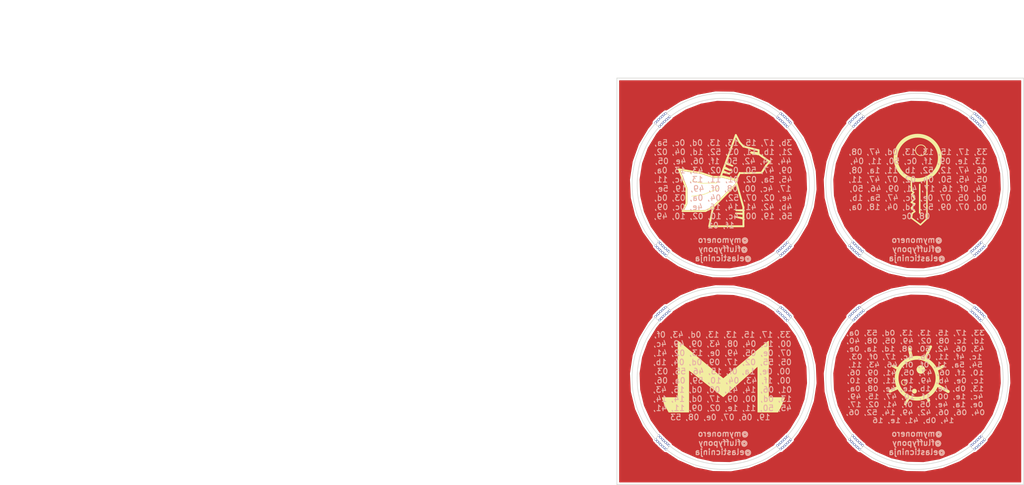
<source format=kicad_pcb>
(kicad_pcb (version 4) (host pcbnew 4.0.6+dfsg1-1)

  (general
    (links 0)
    (no_connects 0)
    (area 46.924999 41.924999 154.075001 149.075001)
    (thickness 1.6)
    (drawings 308)
    (tracks 224)
    (zones 0)
    (modules 0)
    (nets 1)
  )

  (page A4)
  (layers
    (0 F.Cu signal)
    (31 B.Cu signal)
    (32 B.Adhes user)
    (33 F.Adhes user)
    (34 B.Paste user)
    (35 F.Paste user)
    (36 B.SilkS user)
    (37 F.SilkS user)
    (38 B.Mask user)
    (39 F.Mask user)
    (40 Dwgs.User user)
    (41 Cmts.User user)
    (42 Eco1.User user)
    (43 Eco2.User user)
    (44 Edge.Cuts user)
    (45 Margin user)
    (46 B.CrtYd user)
    (47 F.CrtYd user)
    (48 B.Fab user)
    (49 F.Fab user)
  )

  (setup
    (last_trace_width 0.25)
    (trace_clearance 0.2)
    (zone_clearance 0.508)
    (zone_45_only yes)
    (trace_min 0.2)
    (segment_width 0.2)
    (edge_width 0.15)
    (via_size 0.6)
    (via_drill 0.4)
    (via_min_size 0.4)
    (via_min_drill 0.3)
    (uvia_size 0.3)
    (uvia_drill 0.1)
    (uvias_allowed no)
    (uvia_min_size 0.2)
    (uvia_min_drill 0.1)
    (pcb_text_width 0.3)
    (pcb_text_size 1.5 1.5)
    (mod_edge_width 0.15)
    (mod_text_size 1 1)
    (mod_text_width 0.15)
    (pad_size 1.524 1.524)
    (pad_drill 0.762)
    (pad_to_mask_clearance 0.2)
    (aux_axis_origin 0 0)
    (visible_elements FFFFFFFF)
    (pcbplotparams
      (layerselection 0x010f0_80000001)
      (usegerberextensions true)
      (excludeedgelayer true)
      (linewidth 0.100000)
      (plotframeref false)
      (viasonmask true)
      (mode 1)
      (useauxorigin false)
      (hpglpennumber 1)
      (hpglpenspeed 20)
      (hpglpendiameter 15)
      (hpglpenoverlay 2)
      (psnegative false)
      (psa4output false)
      (plotreference true)
      (plotvalue true)
      (plotinvisibletext false)
      (padsonsilk false)
      (subtractmaskfromsilk false)
      (outputformat 1)
      (mirror false)
      (drillshape 0)
      (scaleselection 1)
      (outputdirectory gerber/))
  )

  (net 0 "")

  (net_class Default "This is the default net class."
    (clearance 0.2)
    (trace_width 0.25)
    (via_dia 0.6)
    (via_drill 0.4)
    (uvia_dia 0.3)
    (uvia_drill 0.1)
  )

  (gr_text "33, 17, 15, 13, 13, 0d, 53, 0a, \n1d, 1c, 08, 02, 49, 05, 08, 40, \n43, 06, 42, 50, 08, 1d, 1a, 0e, \n1c, 4f, 11, 0b, 4c, 17, 0f, 03, \n54, 5a, 11, 0f, 0f, 46, 43, 11, \n10, 1f, 06, 47, 05, 41, 09, 06, \n1c, 0e, 4b, 49, 1e, 11, 09, 10, \n13, 0b, 4e, 1b, 1e, 4e, 08, 0a, \n4c, 1e, 00, 1f, 10, 47, 15, 49, \n0e, 1a, 4e, 05, 0f, 41, 02, 17, \n04, 06, 06, 42, 49, 14, 52, 06, \n14, 0b, 41, 1e, 16" (at 125 120.6) (layer B.SilkS) (tstamp 5B3A6A56)
    (effects (font (size 1.3 1.5) (thickness 0.25)) (justify mirror))
  )
  (gr_text "33, 17, 15, 13, 13, 0d, 43, 0f, \n00, 1c, 04, 08, 43, 09, 49, 4c, \n07, 0e, 05, 49, 0e, 13, 02, 41, \n05, 55, 02, 17, 09, 0d, 04, 1b, \n00, 0e, 1a, 0f, 15, 46, 55, 03, \n00, 1f, 43, 04, 10, 59, 0a, 06, \n01, 06, 14, 41, 00, 0d, 15, 43, \n13, 0d, 00, 09, 17, 0d, 14, 14, \n45, 50, 11, 1e, 02, 09, 11, 41, \n19, 06, 07, 0e, 08, 53" (at 74.2 120.4) (layer B.SilkS) (tstamp 5B3A6A42)
    (effects (font (size 1.5 1.5) (thickness 0.25)) (justify mirror))
  )
  (gr_text "33, 17, 15, 13, 13, 0d, 47, 08, \n13, 1e, 09, 1f, 0c, 50, 11, 04, \n06, 47, 12, 52, 1b, 11, 1a, 08, \n05, 45, 50, 04, 02, 07, 47, 11, \n54, 0f, 16, 17, 41, 09, 46, 50, \n0d, 05, 07, 0e, 0c, 47, 5a, 1b, \n00, 07, 09, 52, 1d, 04, 18, 0a, \n08, 0c" (at 125.7 69.9) (layer B.SilkS) (tstamp 5B3A6A35)
    (effects (font (size 1.5 1.5) (thickness 0.25)) (justify mirror))
  )
  (gr_line (start 63.3 66) (end 69.3 67) (layer F.SilkS) (width 0.5))
  (gr_text "@mymonero\n@fluffypony\n@elasticninja" (at 126 87) (layer B.SilkS) (tstamp 5B3A513B)
    (effects (font (size 1.5 1.5) (thickness 0.3)) (justify mirror))
  )
  (gr_text "@mymonero\n@fluffypony\n@elasticninja" (at 126 138) (layer B.SilkS) (tstamp 5B3A5133)
    (effects (font (size 1.5 1.5) (thickness 0.3)) (justify mirror))
  )
  (gr_text "@mymonero\n@fluffypony\n@elasticninja" (at 75 138) (layer B.SilkS) (tstamp 5B3A512C)
    (effects (font (size 1.5 1.5) (thickness 0.3)) (justify mirror))
  )
  (gr_text "@mymonero\n@fluffypony\n@elasticninja" (at 75 87) (layer B.SilkS)
    (effects (font (size 1.5 1.5) (thickness 0.3)) (justify mirror))
  )
  (gr_text "3b, 17, 15, 13, 13, 0d, 0c, 5a, \n21, 1b, 11, 03, 52, 1d, 04, 02, \n44, 14, 42, 50, 1f, 06, 4e, 05, \n09, 47, 50, 0c, 02, 43, 13, 0a, \n45, 5a, 02, 01, 11, 13, 4c, 11, \n17, 4c, 00, 08, 0f, 49, 19, 5e, \n4e, 02, 07, 52, 04, 0a, 03, 0d, \n4b, 42, 41, 14, 16, 4e, 0c, 09, \n56, 19, 00, 4c, 10, 02, 10, 49, \n1f, 01" (at 74.4 69.9) (layer B.SilkS)
    (effects (font (size 1.5 1.5) (thickness 0.25)) (justify mirror))
  )
  (gr_line (start 124.7 77.6) (end 124.5 78.8) (layer F.SilkS) (width 0.4))
  (gr_line (start 125.4 77.1) (end 124.7 77.6) (layer F.SilkS) (width 0.4))
  (gr_line (start 124.5 76.2) (end 125.4 77.1) (layer F.SilkS) (width 0.4))
  (gr_line (start 125.4 75.1) (end 124.5 76.2) (layer F.SilkS) (width 0.4))
  (gr_line (start 124.5 74.7) (end 125.4 75.1) (layer F.SilkS) (width 0.4))
  (gr_circle (center 125.3 124.4) (end 125.8 124.6) (layer F.SilkS) (width 0.2))
  (gr_circle (center 122.6 122.1) (end 123.2 122.5) (layer F.SilkS) (width 0.2))
  (gr_circle (center 127 118.7) (end 127.8 119.3) (layer F.SilkS) (width 0.2))
  (gr_line (start 130.9 118.8) (end 132.8 117.9) (layer F.SilkS) (width 0.8))
  (gr_line (start 131.1 122.7) (end 134.2 124.5) (layer F.SilkS) (width 0.8))
  (gr_line (start 128.5 125.8) (end 129.1 126.9) (layer F.SilkS) (width 0.7))
  (gr_line (start 123.9 126) (end 122.9 127.8) (layer F.SilkS) (width 0.65))
  (gr_line (start 121.1 123.4) (end 118.9 124.4) (layer F.SilkS) (width 0.8))
  (gr_line (start 121.2 118.6) (end 119.7 117.8) (layer F.SilkS) (width 0.7))
  (gr_line (start 124.6 115.8) (end 124 113.3) (layer F.SilkS) (width 0.8))
  (gr_line (start 128 116) (end 129.6 112.7) (layer F.SilkS) (width 0.7))
  (gr_circle (center 126 121) (end 131 119) (layer F.SilkS) (width 1))
  (gr_line (start 126.7 70) (end 126.7 77.5) (layer F.SilkS) (width 0.4))
  (gr_line (start 128.6 79) (end 128.6 68.3) (layer F.SilkS) (width 0.4))
  (gr_line (start 126.9 80.6) (end 128.6 79) (layer F.SilkS) (width 0.4))
  (gr_line (start 124.5 78.8) (end 126.9 80.6) (layer F.SilkS) (width 0.4))
  (gr_line (start 125.4 73.8) (end 124.5 74.7) (layer F.SilkS) (width 0.4))
  (gr_line (start 124.6 72.6) (end 125.4 73.8) (layer F.SilkS) (width 0.4))
  (gr_line (start 125.1 72.1) (end 124.6 72.6) (layer F.SilkS) (width 0.4))
  (gr_line (start 124.5 71.6) (end 125.1 72.1) (layer F.SilkS) (width 0.4))
  (gr_line (start 124.5 68.7) (end 124.5 71.6) (layer F.SilkS) (width 0.4))
  (gr_circle (center 127 61) (end 128 62) (layer F.SilkS) (width 0.2))
  (gr_circle (center 126.169049 63) (end 131.169049 66) (layer F.SilkS) (width 1))
  (gr_line (start 82.4 61.6) (end 84.1 61.8) (layer F.SilkS) (width 0.6))
  (gr_line (start 78.26 78.53) (end 80.26 79.03) (layer F.SilkS) (width 0.4))
  (gr_line (start 80.26 78.83) (end 78.26 78.53) (layer F.SilkS) (width 0.4))
  (gr_line (start 78.3 77.6) (end 80.2 77.8) (layer F.SilkS) (width 0.4))
  (gr_line (start 80.3 77.6) (end 78.3 77.6) (layer F.SilkS) (width 0.4))
  (gr_line (start 78.4 76.8) (end 80.3 76.9) (layer F.SilkS) (width 0.4))
  (gr_line (start 80.3 76.7) (end 78.4 76.8) (layer F.SilkS) (width 0.4))
  (gr_line (start 76.6 67.2) (end 75 66.8) (layer F.SilkS) (width 0.4))
  (gr_line (start 75.1 66.5) (end 76.6 67.2) (layer F.SilkS) (width 0.4))
  (gr_line (start 76.9 66.3) (end 75.4 65.8) (layer F.SilkS) (width 0.4))
  (gr_line (start 75.5 65.5) (end 76.9 66.3) (layer F.SilkS) (width 0.4))
  (gr_line (start 77.4 65.1) (end 75.9 64.6) (layer F.SilkS) (width 0.4))
  (gr_line (start 75.9 64.4) (end 77.4 65.1) (layer F.SilkS) (width 0.4))
  (gr_line (start 84.1 62) (end 82.4 61.6) (layer F.SilkS) (width 0.6))
  (gr_line (start 79.3 67) (end 78.3 69) (layer F.SilkS) (width 0.5))
  (gr_line (start 81.2 67) (end 79.3 67) (layer F.SilkS) (width 0.5))
  (gr_line (start 85.1 66.9) (end 81.2 67) (layer F.SilkS) (width 0.5))
  (gr_line (start 86.3 65) (end 85.1 66.9) (layer F.SilkS) (width 0.5))
  (gr_line (start 87.2 64) (end 86.3 65) (layer F.SilkS) (width 0.5))
  (gr_line (start 84.3 62) (end 87.2 64) (layer F.SilkS) (width 0.5))
  (gr_line (start 84.3 61) (end 84.3 62) (layer F.SilkS) (width 0.5))
  (gr_line (start 80.3 60) (end 84.3 61) (layer F.SilkS) (width 0.5))
  (gr_line (start 79.3 58.9) (end 80.3 60) (layer F.SilkS) (width 0.5))
  (gr_line (start 78.3 57) (end 79.3 58.9) (layer F.SilkS) (width 0.5))
  (gr_line (start 74.3 68) (end 78.3 57) (layer F.SilkS) (width 0.5))
  (gr_line (start 69.9 72.6) (end 66.7 73.1) (layer F.SilkS) (width 0.2))
  (gr_line (start 73.9 71) (end 69.9 72.6) (layer F.SilkS) (width 0.2))
  (gr_line (start 69.3 69.7) (end 66.8 69.1) (layer F.SilkS) (width 0.2))
  (gr_line (start 73.3 69.6) (end 69.3 69.7) (layer F.SilkS) (width 0.2))
  (gr_line (start 78.3 70) (end 78.3 69) (layer F.SilkS) (width 0.2))
  (gr_line (start 76.3 72) (end 78.3 70) (layer F.SilkS) (width 0.5))
  (gr_line (start 72.3 76) (end 76.3 72) (layer F.SilkS) (width 0.5))
  (gr_line (start 65.3 71) (end 63.3 66) (layer F.SilkS) (width 0.5))
  (gr_line (start 65.3 75) (end 65.3 71) (layer F.SilkS) (width 0.5))
  (gr_line (start 64.3 77) (end 65.3 75) (layer F.SilkS) (width 0.5))
  (gr_line (start 70.3 77) (end 64.3 77) (layer F.SilkS) (width 0.5))
  (gr_line (start 72.3 76) (end 70.3 77) (layer F.SilkS) (width 0.5))
  (gr_line (start 71.3 81) (end 72.3 76) (layer F.SilkS) (width 0.5))
  (gr_line (start 80.3 81) (end 71.3 81) (layer F.SilkS) (width 0.5))
  (gr_line (start 80.3 76) (end 80.3 81) (layer F.SilkS) (width 0.5))
  (gr_line (start 78.3 69) (end 80.3 76) (layer F.SilkS) (width 0.5))
  (gr_line (start 74.3 68) (end 78.3 69) (layer F.SilkS) (width 0.2))
  (gr_line (start 72.3 68) (end 74.3 68) (layer F.SilkS) (width 0.5))
  (gr_line (start 69.3 67) (end 72.3 68) (layer F.SilkS) (width 0.5))
  (gr_arc (start 126 121) (end 112.1 103.1) (angle 76.01628546) (layer Edge.Cuts) (width 0.15) (tstamp 5B3A21DA))
  (gr_arc (start 126 121) (end 111.1 102.2) (angle 76.79739258) (layer Edge.Cuts) (width 0.15) (tstamp 5B3A21D9))
  (gr_line (start 111.1 102.2) (end 112.1 103.1) (layer Edge.Cuts) (width 0.15) (tstamp 5B3A21D8))
  (gr_line (start 140.9 102.2) (end 140 103.2) (layer Edge.Cuts) (width 0.15) (tstamp 5B3A21D7))
  (gr_arc (start 126 121) (end 143 106) (angle 83.05720538) (layer Edge.Cuts) (width 0.15) (tstamp 5B3A21D6))
  (gr_line (start 142.94 136.07) (end 143.9 137) (layer Edge.Cuts) (width 0.15) (tstamp 5B3A21D5))
  (gr_line (start 140 138.9) (end 140.9 139.8) (layer Edge.Cuts) (width 0.15) (tstamp 5B3A21D4))
  (gr_arc (start 126 121) (end 143.9 105) (angle 83.58417642) (layer Edge.Cuts) (width 0.15) (tstamp 5B3A21D3))
  (gr_line (start 143.9 105) (end 143 106) (layer Edge.Cuts) (width 0.15) (tstamp 5B3A21D2))
  (gr_arc (start 126 121) (end 140.9 139.8) (angle 76.79739258) (layer Edge.Cuts) (width 0.15) (tstamp 5B3A21D1))
  (gr_line (start 89 138.9) (end 89.9 139.8) (layer Edge.Cuts) (width 0.15) (tstamp 5B3A21D0))
  (gr_line (start 91.94 136.07) (end 92.9 137) (layer Edge.Cuts) (width 0.15) (tstamp 5B3A21CF))
  (gr_arc (start 75 121) (end 89 138.9) (angle 76.41374704) (layer Edge.Cuts) (width 0.15) (tstamp 5B3A21CE))
  (gr_arc (start 126 121) (end 140 138.9) (angle 76.41374704) (layer Edge.Cuts) (width 0.15) (tstamp 5B3A21CD))
  (gr_line (start 111.1 139.8) (end 111.9 138.8) (layer Edge.Cuts) (width 0.15) (tstamp 5B3A21CC))
  (gr_arc (start 126 121) (end 109 136) (angle 83.05720537) (layer Edge.Cuts) (width 0.15) (tstamp 5B3A21CB))
  (gr_line (start 108.1 137) (end 109 136) (layer Edge.Cuts) (width 0.15) (tstamp 5B3A21CA))
  (gr_line (start 108.1 105) (end 109.05 105.94) (layer Edge.Cuts) (width 0.15) (tstamp 5B3A21C9))
  (gr_arc (start 126 121) (end 108.1 137) (angle 83.58417642) (layer Edge.Cuts) (width 0.15) (tstamp 5B3A21C8))
  (gr_arc (start 75 121) (end 89.9 139.8) (angle 76.79739258) (layer Edge.Cuts) (width 0.15) (tstamp 5B3A21C7))
  (gr_line (start 57.1 105) (end 58.05 105.94) (layer Edge.Cuts) (width 0.15) (tstamp 5B3A21C6))
  (gr_arc (start 75 121) (end 60.1 102.2) (angle 76.79739258) (layer Edge.Cuts) (width 0.15) (tstamp 5B3A21C5))
  (gr_arc (start 75 121) (end 61.1 103.1) (angle 76.01628546) (layer Edge.Cuts) (width 0.15) (tstamp 5B3A21C4))
  (gr_line (start 60.1 102.2) (end 61.1 103.1) (layer Edge.Cuts) (width 0.15) (tstamp 5B3A21C3))
  (gr_arc (start 75 121) (end 57.1 137) (angle 83.58417642) (layer Edge.Cuts) (width 0.15) (tstamp 5B3A21C2))
  (gr_line (start 60.1 139.8) (end 60.9 138.8) (layer Edge.Cuts) (width 0.15) (tstamp 5B3A21C1))
  (gr_line (start 57.1 137) (end 58 136) (layer Edge.Cuts) (width 0.15) (tstamp 5B3A21C0))
  (gr_arc (start 75 121) (end 58 136) (angle 83.05720537) (layer Edge.Cuts) (width 0.15) (tstamp 5B3A21BF))
  (gr_arc (start 75 121) (end 92.9 105) (angle 83.58417642) (layer Edge.Cuts) (width 0.15) (tstamp 5B3A21BE))
  (gr_line (start 92.9 105) (end 92 106) (layer Edge.Cuts) (width 0.15) (tstamp 5B3A21BD))
  (gr_line (start 89.9 102.2) (end 89 103.2) (layer Edge.Cuts) (width 0.15) (tstamp 5B3A21BC))
  (gr_arc (start 75 121) (end 92 106) (angle 83.05720538) (layer Edge.Cuts) (width 0.15) (tstamp 5B3A21BB))
  (gr_line (start 143 121) (end 126 104) (layer Dwgs.User) (width 0.2) (tstamp 5B3A2148))
  (gr_line (start 109 121) (end 126 104) (layer Dwgs.User) (width 0.2) (tstamp 5B3A2147))
  (gr_line (start 109 121) (end 143 121) (layer Dwgs.User) (width 0.2) (tstamp 5B3A2146))
  (gr_line (start 126 138) (end 109 121) (layer Dwgs.User) (width 0.2) (tstamp 5B3A2145))
  (gr_line (start 126 104) (end 126 138) (layer Dwgs.User) (width 0.2) (tstamp 5B3A2144))
  (gr_circle (center 126 121) (end 143 121) (layer Dwgs.User) (width 0.2) (tstamp 5B3A2143))
  (gr_line (start 109 104) (end 143 138) (layer Dwgs.User) (width 0.2) (tstamp 5B3A2142))
  (gr_line (start 143 121) (end 126 138) (layer Dwgs.User) (width 0.2) (tstamp 5B3A2141))
  (gr_line (start 109 138) (end 143 104) (layer Dwgs.User) (width 0.2) (tstamp 5B3A2140))
  (dimension 45.308609 (width 0.3) (layer Dwgs.User) (tstamp 5B3A213E)
    (gr_text "45.309 mm" (at 81.25 121.045695 270) (layer Dwgs.User) (tstamp 5B3A213F)
      (effects (font (size 1.5 1.5) (thickness 0.3)))
    )
    (feature1 (pts (xy 75 143.7) (xy 82.6 143.7)))
    (feature2 (pts (xy 75 98.391391) (xy 82.6 98.391391)))
    (crossbar (pts (xy 79.9 98.391391) (xy 79.9 143.7)))
    (arrow1a (pts (xy 79.9 143.7) (xy 79.313579 142.573496)))
    (arrow1b (pts (xy 79.9 143.7) (xy 80.486421 142.573496)))
    (arrow2a (pts (xy 79.9 98.391391) (xy 79.313579 99.517895)))
    (arrow2b (pts (xy 79.9 98.391391) (xy 80.486421 99.517895)))
  )
  (gr_circle (center 75 121) (end 95 121) (layer Dwgs.User) (width 0.2) (tstamp 5B3A213D))
  (gr_circle (center 75 121) (end 97.7 121) (layer Dwgs.User) (width 0.2) (tstamp 5B3A213C))
  (gr_circle (center 75 121) (end 99 121) (layer Dwgs.User) (width 0.2) (tstamp 5B3A213B))
  (gr_line (start 58 121) (end 75 104) (layer Dwgs.User) (width 0.2) (tstamp 5B3A213A))
  (gr_line (start 58 121) (end 92 121) (layer Dwgs.User) (width 0.2) (tstamp 5B3A2139))
  (gr_line (start 92 121) (end 75 104) (layer Dwgs.User) (width 0.2) (tstamp 5B3A2138))
  (gr_line (start 75 104) (end 75 138) (layer Dwgs.User) (width 0.2) (tstamp 5B3A2137))
  (gr_circle (center 126 121) (end 150 121) (layer Dwgs.User) (width 0.2) (tstamp 5B3A2136))
  (gr_line (start 143 106) (end 144 105) (layer Dwgs.User) (width 0.2) (tstamp 5B3A2135))
  (gr_circle (center 126 121) (end 148.7 121) (layer Dwgs.User) (width 0.2) (tstamp 5B3A2134))
  (gr_circle (center 126 121) (end 146 121) (layer Dwgs.User) (width 0.2) (tstamp 5B3A2133))
  (gr_line (start 92 106) (end 93 105) (layer Dwgs.User) (width 0.2) (tstamp 5B3A2132))
  (dimension 45.308609 (width 0.3) (layer Dwgs.User) (tstamp 5B3A2130)
    (gr_text "45.309 mm" (at 132.25 121.045695 270) (layer Dwgs.User) (tstamp 5B3A2131)
      (effects (font (size 1.5 1.5) (thickness 0.3)))
    )
    (feature1 (pts (xy 126 143.7) (xy 133.6 143.7)))
    (feature2 (pts (xy 126 98.391391) (xy 133.6 98.391391)))
    (crossbar (pts (xy 130.9 98.391391) (xy 130.9 143.7)))
    (arrow1a (pts (xy 130.9 143.7) (xy 130.313579 142.573496)))
    (arrow1b (pts (xy 130.9 143.7) (xy 131.486421 142.573496)))
    (arrow2a (pts (xy 130.9 98.391391) (xy 130.313579 99.517895)))
    (arrow2b (pts (xy 130.9 98.391391) (xy 131.486421 99.517895)))
  )
  (gr_line (start 92 121) (end 75 138) (layer Dwgs.User) (width 0.2) (tstamp 5B3A212F))
  (gr_line (start 58 138) (end 92 104) (layer Dwgs.User) (width 0.2) (tstamp 5B3A212E))
  (gr_line (start 58 104) (end 92 138) (layer Dwgs.User) (width 0.2) (tstamp 5B3A212D))
  (gr_line (start 75 138) (end 58 121) (layer Dwgs.User) (width 0.2) (tstamp 5B3A212C))
  (gr_circle (center 75 121) (end 92 121) (layer Dwgs.User) (width 0.2) (tstamp 5B3A212B))
  (gr_text 62 (at 55.4 121 90) (layer F.Mask) (tstamp 5B3A212A)
    (effects (font (size 3.5 2.5) (thickness 0.6)))
  )
  (gr_text 63 (at 58 130.9 120) (layer F.Mask) (tstamp 5B3A2129)
    (effects (font (size 2.5 2.5) (thickness 0.6)))
  )
  (gr_text 20 (at 55.8 115.6 70) (layer F.Mask) (tstamp 5B3A2128)
    (effects (font (size 2.5 2.5) (thickness 0.6)))
  )
  (gr_text 67 (at 55.9 126.1 105) (layer F.Mask) (tstamp 5B3A2127)
    (effects (font (size 2.5 2.5) (thickness 0.6)))
  )
  (gr_text 70 (at 75 101.3) (layer F.Mask) (tstamp 5B3A2126)
    (effects (font (size 3.5 2.5) (thickness 0.6)))
  )
  (gr_text 6e (at 65.1 103.9 32) (layer F.Mask) (tstamp 5B3A2125)
    (effects (font (size 2.5 2.5) (thickness 0.6)))
  )
  (gr_text 7a (at 58 110.8 60) (layer F.Mask) (tstamp 5B3A2124)
    (effects (font (size 2.5 2.5) (thickness 0.6)))
  )
  (gr_text 72 (at 61.1 107.1 45) (layer F.Mask) (tstamp 5B3A2123)
    (effects (font (size 3.5 2.5) (thickness 0.6)))
  )
  (gr_text ^ (at 70.8 103.5 20) (layer F.Mask) (tstamp 5B3A2122)
    (effects (font (size 4 4) (thickness 0.6)))
  )
  (gr_text 65 (at 65.1 138.1 150) (layer F.Mask) (tstamp 5B3A2121)
    (effects (font (size 2.5 2.5) (thickness 0.6)))
  )
  (gr_text 20 (at 75 140.7 180) (layer F.Mask) (tstamp 5B3A2120)
    (effects (font (size 3.5 2.5) (thickness 0.6)))
  )
  (gr_text 61 (at 84.9 138.1 210) (layer F.Mask) (tstamp 5B3A211F)
    (effects (font (size 2.5 2.5) (thickness 0.6)))
  )
  (gr_text 70 (at 70 140.2 165) (layer F.Mask) (tstamp 5B3A211E)
    (effects (font (size 2.5 2.5) (thickness 0.6)))
  )
  (gr_text 6c (at 61.2 135 135) (layer F.Mask) (tstamp 5B3A211D)
    (effects (font (size 3.5 2.5) (thickness 0.6)))
  )
  (gr_text 66 (at 80.1 140.1 195) (layer F.Mask) (tstamp 5B3A211C)
    (effects (font (size 2.5 2.5) (thickness 0.6)))
  )
  (gr_text 6c (at 85 103.9 330) (layer F.Mask) (tstamp 5B3A211B)
    (effects (font (size 2.5 2.5) (thickness 0.6)))
  )
  (gr_text 62 (at 94.1 115.7 290) (layer F.Mask) (tstamp 5B3A211A)
    (effects (font (size 2.5 2.5) (thickness 0.6)))
  )
  (gr_text 65 (at 80.5 102 345) (layer F.Mask) (tstamp 5B3A2119)
    (effects (font (size 2.5 2.5) (thickness 0.6)))
  )
  (gr_text 63 (at 88.8 107.1 315) (layer F.Mask) (tstamp 5B3A2118)
    (effects (font (size 3.5 2.5) (thickness 0.6)))
  )
  (gr_text 67 (at 92.2 111.2 300) (layer F.Mask) (tstamp 5B3A2117)
    (effects (font (size 2.5 2.5) (thickness 0.6)))
  )
  (gr_text 61 (at 135.9 138.1 210) (layer F.Mask) (tstamp 5B3A2116)
    (effects (font (size 2.5 2.5) (thickness 0.6)))
  )
  (gr_text 7a (at 145.1 126.2 255) (layer F.Mask) (tstamp 5B3A2115)
    (effects (font (size 2.5 2.5) (thickness 0.6)))
  )
  (gr_text 72 (at 143 131 240) (layer F.Mask) (tstamp 5B3A2114)
    (effects (font (size 2.5 2.5) (thickness 0.6)))
  )
  (gr_text 20 (at 145.8 121 270) (layer F.Mask) (tstamp 5B3A2113)
    (effects (font (size 3.5 2.5) (thickness 0.6)))
  )
  (gr_text 6e (at 139.9 134.8 225) (layer F.Mask) (tstamp 5B3A2112)
    (effects (font (size 3.5 2.5) (thickness 0.6)))
  )
  (gr_text 62 (at 145.1 115.7 290) (layer F.Mask) (tstamp 5B3A2111)
    (effects (font (size 2.5 2.5) (thickness 0.6)))
  )
  (gr_text 65 (at 131.5 102 345) (layer F.Mask) (tstamp 5B3A2110)
    (effects (font (size 2.5 2.5) (thickness 0.6)))
  )
  (gr_text 63 (at 139.8 107.1 315) (layer F.Mask) (tstamp 5B3A210F)
    (effects (font (size 3.5 2.5) (thickness 0.6)))
  )
  (gr_text 67 (at 143.2 111.2 300) (layer F.Mask) (tstamp 5B3A210E)
    (effects (font (size 2.5 2.5) (thickness 0.6)))
  )
  (gr_text 6c (at 136 103.9 330) (layer F.Mask) (tstamp 5B3A210D)
    (effects (font (size 2.5 2.5) (thickness 0.6)))
  )
  (gr_text 67 (at 106.9 126.1 105) (layer F.Mask) (tstamp 5B3A210C)
    (effects (font (size 2.5 2.5) (thickness 0.6)))
  )
  (gr_text 63 (at 109 130.9 120) (layer F.Mask) (tstamp 5B3A210B)
    (effects (font (size 2.5 2.5) (thickness 0.6)))
  )
  (gr_text 6c (at 112.2 135 135) (layer F.Mask) (tstamp 5B3A210A)
    (effects (font (size 3.5 2.5) (thickness 0.6)))
  )
  (gr_text 62 (at 106.4 121 90) (layer F.Mask) (tstamp 5B3A2109)
    (effects (font (size 3.5 2.5) (thickness 0.6)))
  )
  (gr_text 7a (at 94.1 126.2 255) (layer F.Mask) (tstamp 5B3A2108)
    (effects (font (size 2.5 2.5) (thickness 0.6)))
  )
  (gr_text 72 (at 92 131 240) (layer F.Mask) (tstamp 5B3A2107)
    (effects (font (size 2.5 2.5) (thickness 0.6)))
  )
  (gr_text 20 (at 94.8 121 270) (layer F.Mask) (tstamp 5B3A2106)
    (effects (font (size 3.5 2.5) (thickness 0.6)))
  )
  (gr_text 6e (at 88.9 134.8 225) (layer F.Mask) (tstamp 5B3A2105)
    (effects (font (size 3.5 2.5) (thickness 0.6)))
  )
  (gr_text 72 (at 112.1 107.1 45) (layer F.Mask) (tstamp 5B3A2104)
    (effects (font (size 3.5 2.5) (thickness 0.6)))
  )
  (gr_text ^ (at 121.7 103.6 20) (layer F.Mask) (tstamp 5B3A2103)
    (effects (font (size 4 4) (thickness 0.6)))
  )
  (gr_text 7a (at 109 110.8 60) (layer F.Mask) (tstamp 5B3A2102)
    (effects (font (size 2.5 2.5) (thickness 0.6)))
  )
  (gr_text 70 (at 126 101.3) (layer F.Mask) (tstamp 5B3A2101)
    (effects (font (size 3.5 2.5) (thickness 0.6)))
  )
  (gr_text 20 (at 106.8 115.6 70) (layer F.Mask) (tstamp 5B3A2100)
    (effects (font (size 2.5 2.5) (thickness 0.6)))
  )
  (gr_text 6e (at 116.1 103.9 32) (layer F.Mask) (tstamp 5B3A20FF)
    (effects (font (size 2.5 2.5) (thickness 0.6)))
  )
  (gr_text 66 (at 131.1 140.1 195) (layer F.Mask) (tstamp 5B3A20FE)
    (effects (font (size 2.5 2.5) (thickness 0.6)))
  )
  (gr_text 70 (at 121 140.2 165) (layer F.Mask) (tstamp 5B3A20FD)
    (effects (font (size 2.5 2.5) (thickness 0.6)))
  )
  (gr_text 65 (at 116.1 138.1 150) (layer F.Mask) (tstamp 5B3A20FC)
    (effects (font (size 2.5 2.5) (thickness 0.6)))
  )
  (gr_text 20 (at 126 140.7 180) (layer F.Mask) (tstamp 5B3A20FB)
    (effects (font (size 3.5 2.5) (thickness 0.6)))
  )
  (gr_text "Krypto, Superman's pet dog in the popular comic, cartoon, and movie series" (at -59 75) (layer F.Mask)
    (effects (font (size 1.5 1.5) (thickness 0.3)))
  )
  (gr_text "Cryptosporidium, a protozoan that can cause gastro-intestinal illness with diarrhea in humans" (at -60 68) (layer F.Mask)
    (effects (font (size 1.5 1.5) (thickness 0.3)))
  )
  (gr_text "Cryptocurrency, digital currency that uses cryptography to secure transactions" (at -64 62) (layer F.Mask)
    (effects (font (size 1.5 1.5) (thickness 0.3)))
  )
  (gr_text "Cryptography, the practice and study of hiding information" (at -72 57) (layer F.Mask)
    (effects (font (size 1.5 1.5) (thickness 0.3)))
  )
  (gr_text 66 (at 131.1 89.1 195) (layer F.Mask) (tstamp 5B3A1A86)
    (effects (font (size 2.5 2.5) (thickness 0.6)))
  )
  (gr_text 6e (at 139.9 83.8 225) (layer F.Mask) (tstamp 5B3A1A85)
    (effects (font (size 3.5 2.5) (thickness 0.6)))
  )
  (gr_text 72 (at 143 80 240) (layer F.Mask) (tstamp 5B3A1A84)
    (effects (font (size 2.5 2.5) (thickness 0.6)))
  )
  (gr_text 20 (at 126 89.7 180) (layer F.Mask) (tstamp 5B3A1A83)
    (effects (font (size 3.5 2.5) (thickness 0.6)))
  )
  (gr_text 61 (at 135.9 87.1 210) (layer F.Mask) (tstamp 5B3A1A82)
    (effects (font (size 2.5 2.5) (thickness 0.6)))
  )
  (gr_text 67 (at 106.9 75.1 105) (layer F.Mask) (tstamp 5B3A1A81)
    (effects (font (size 2.5 2.5) (thickness 0.6)))
  )
  (gr_text 62 (at 106.4 70 90) (layer F.Mask) (tstamp 5B3A1A80)
    (effects (font (size 3.5 2.5) (thickness 0.6)))
  )
  (gr_text 65 (at 116.1 87.1 150) (layer F.Mask) (tstamp 5B3A1A7F)
    (effects (font (size 2.5 2.5) (thickness 0.6)))
  )
  (gr_text 6c (at 112.2 84 135) (layer F.Mask) (tstamp 5B3A1A7E)
    (effects (font (size 3.5 2.5) (thickness 0.6)))
  )
  (gr_text 70 (at 121 89.2 165) (layer F.Mask) (tstamp 5B3A1A7D)
    (effects (font (size 2.5 2.5) (thickness 0.6)))
  )
  (gr_text 63 (at 109 79.9 120) (layer F.Mask) (tstamp 5B3A1A7C)
    (effects (font (size 2.5 2.5) (thickness 0.6)))
  )
  (gr_text ^ (at 121.5 52.7 20) (layer F.Mask) (tstamp 5B3A1A7B)
    (effects (font (size 4 4) (thickness 0.6)))
  )
  (gr_text 20 (at 106.8 64.6 70) (layer F.Mask) (tstamp 5B3A1A7A)
    (effects (font (size 2.5 2.5) (thickness 0.6)))
  )
  (gr_text 7a (at 109 59.8 60) (layer F.Mask) (tstamp 5B3A1A79)
    (effects (font (size 2.5 2.5) (thickness 0.6)))
  )
  (gr_text 72 (at 112.1 56.1 45) (layer F.Mask) (tstamp 5B3A1A78)
    (effects (font (size 3.5 2.5) (thickness 0.6)))
  )
  (gr_text 6e (at 116.1 52.9 32) (layer F.Mask) (tstamp 5B3A1A77)
    (effects (font (size 2.5 2.5) (thickness 0.6)))
  )
  (gr_text 6c (at 136 52.9 330) (layer F.Mask) (tstamp 5B3A1A76)
    (effects (font (size 2.5 2.5) (thickness 0.6)))
  )
  (gr_text 65 (at 131.5 51 345) (layer F.Mask) (tstamp 5B3A1A75)
    (effects (font (size 2.5 2.5) (thickness 0.6)))
  )
  (gr_text 63 (at 139.8 56.1 315) (layer F.Mask) (tstamp 5B3A1A74)
    (effects (font (size 3.5 2.5) (thickness 0.6)))
  )
  (gr_text 67 (at 143.2 60.2 300) (layer F.Mask) (tstamp 5B3A1A73)
    (effects (font (size 2.5 2.5) (thickness 0.6)))
  )
  (gr_text 7a (at 145.1 75.2 255) (layer F.Mask) (tstamp 5B3A1A72)
    (effects (font (size 2.5 2.5) (thickness 0.6)))
  )
  (gr_text 20 (at 145.8 70 270) (layer F.Mask) (tstamp 5B3A1A71)
    (effects (font (size 3.5 2.5) (thickness 0.6)))
  )
  (gr_text 62 (at 145.1 64.7 290) (layer F.Mask) (tstamp 5B3A1A70)
    (effects (font (size 2.5 2.5) (thickness 0.6)))
  )
  (gr_text 70 (at 126 50.3) (layer F.Mask) (tstamp 5B3A1A6F)
    (effects (font (size 3.5 2.5) (thickness 0.6)))
  )
  (gr_arc (start 126 70) (end 140.9 88.8) (angle 76.79739258) (layer Edge.Cuts) (width 0.15) (tstamp 5B3A1A36))
  (gr_arc (start 126 70) (end 140 87.9) (angle 76.41374704) (layer Edge.Cuts) (width 0.15) (tstamp 5B3A1A35))
  (gr_line (start 111.1 51.2) (end 112.1 52.1) (layer Edge.Cuts) (width 0.15) (tstamp 5B3A1A34))
  (gr_line (start 108.1 54) (end 109.05 54.94) (layer Edge.Cuts) (width 0.15) (tstamp 5B3A1A33))
  (gr_arc (start 126 70) (end 112.1 52.1) (angle 76.01628546) (layer Edge.Cuts) (width 0.15) (tstamp 5B3A1A32))
  (gr_arc (start 126 70) (end 111.1 51.2) (angle 76.79739258) (layer Edge.Cuts) (width 0.15) (tstamp 5B3A1A31))
  (gr_arc (start 126 70) (end 109 85) (angle 83.05720537) (layer Edge.Cuts) (width 0.15) (tstamp 5B3A1A30))
  (gr_line (start 108.1 86) (end 109 85) (layer Edge.Cuts) (width 0.15) (tstamp 5B3A1A2F))
  (gr_line (start 111.1 88.8) (end 111.9 87.8) (layer Edge.Cuts) (width 0.15) (tstamp 5B3A1A2E))
  (gr_arc (start 126 70) (end 108.1 86) (angle 83.58417642) (layer Edge.Cuts) (width 0.15) (tstamp 5B3A1A2D))
  (gr_arc (start 126 70) (end 143 55) (angle 83.05720538) (layer Edge.Cuts) (width 0.15) (tstamp 5B3A1A2C))
  (gr_line (start 142.94 85.07) (end 143.9 86) (layer Edge.Cuts) (width 0.15) (tstamp 5B3A1A2B))
  (gr_line (start 140.9 51.2) (end 140 52.2) (layer Edge.Cuts) (width 0.15) (tstamp 5B3A1A2A))
  (gr_arc (start 126 70) (end 143.9 54) (angle 83.58417642) (layer Edge.Cuts) (width 0.15) (tstamp 5B3A1A29))
  (gr_line (start 143.9 54) (end 143 55) (layer Edge.Cuts) (width 0.15) (tstamp 5B3A1A28))
  (gr_line (start 140 87.9) (end 140.9 88.8) (layer Edge.Cuts) (width 0.15) (tstamp 5B3A1A27))
  (gr_line (start 143 70) (end 126 87) (layer Dwgs.User) (width 0.2) (tstamp 5B3A1A26))
  (gr_line (start 109 53) (end 143 87) (layer Dwgs.User) (width 0.2) (tstamp 5B3A1A25))
  (gr_line (start 109 87) (end 143 53) (layer Dwgs.User) (width 0.2) (tstamp 5B3A1A24))
  (gr_line (start 143 70) (end 126 53) (layer Dwgs.User) (width 0.2) (tstamp 5B3A1A23))
  (gr_circle (center 126 70) (end 143 70) (layer Dwgs.User) (width 0.2) (tstamp 5B3A1A22))
  (dimension 45.308609 (width 0.3) (layer Dwgs.User) (tstamp 5B3A1A20)
    (gr_text "45.309 mm" (at 132.25 70.045695 270) (layer Dwgs.User) (tstamp 5B3A1A21)
      (effects (font (size 1.5 1.5) (thickness 0.3)))
    )
    (feature1 (pts (xy 126 92.7) (xy 133.6 92.7)))
    (feature2 (pts (xy 126 47.391391) (xy 133.6 47.391391)))
    (crossbar (pts (xy 130.9 47.391391) (xy 130.9 92.7)))
    (arrow1a (pts (xy 130.9 92.7) (xy 130.313579 91.573496)))
    (arrow1b (pts (xy 130.9 92.7) (xy 131.486421 91.573496)))
    (arrow2a (pts (xy 130.9 47.391391) (xy 130.313579 48.517895)))
    (arrow2b (pts (xy 130.9 47.391391) (xy 131.486421 48.517895)))
  )
  (gr_circle (center 126 70) (end 146 70) (layer Dwgs.User) (width 0.2) (tstamp 5B3A1A1F))
  (gr_line (start 143 55) (end 144 54) (layer Dwgs.User) (width 0.2) (tstamp 5B3A1A1E))
  (gr_circle (center 126 70) (end 148.7 70) (layer Dwgs.User) (width 0.2) (tstamp 5B3A1A1D))
  (gr_circle (center 126 70) (end 150 70) (layer Dwgs.User) (width 0.2) (tstamp 5B3A1A1C))
  (gr_line (start 109 70) (end 126 53) (layer Dwgs.User) (width 0.2) (tstamp 5B3A1A1B))
  (gr_line (start 126 53) (end 126 87) (layer Dwgs.User) (width 0.2) (tstamp 5B3A1A1A))
  (gr_line (start 126 87) (end 109 70) (layer Dwgs.User) (width 0.2) (tstamp 5B3A1A19))
  (gr_line (start 109 70) (end 143 70) (layer Dwgs.User) (width 0.2) (tstamp 5B3A1A18))
  (gr_text 66 (at 80.1 89.1 195) (layer F.Mask) (tstamp 5B3A143F)
    (effects (font (size 2.5 2.5) (thickness 0.6)))
  )
  (gr_text 61 (at 84.9 87.1 210) (layer F.Mask) (tstamp 5B3A143A)
    (effects (font (size 2.5 2.5) (thickness 0.6)))
  )
  (gr_text 67 (at 92.2 60.2 300) (layer F.Mask) (tstamp 5B3A1439)
    (effects (font (size 2.5 2.5) (thickness 0.6)))
  )
  (gr_text 62 (at 94.1 64.7 290) (layer F.Mask) (tstamp 5B3A1435)
    (effects (font (size 2.5 2.5) (thickness 0.6)))
  )
  (gr_text 6e (at 65.1 52.9 32) (layer F.Mask) (tstamp 5B3A1434)
    (effects (font (size 2.5 2.5) (thickness 0.6)))
  )
  (gr_text ^ (at 70.7 52.7 20) (layer F.Mask) (tstamp 5B3A1432)
    (effects (font (size 4 4) (thickness 0.6)))
  )
  (gr_text 63 (at 58 79.9 120) (layer F.Mask) (tstamp 5B3A1423)
    (effects (font (size 2.5 2.5) (thickness 0.6)))
  )
  (gr_text 67 (at 55.9 75.1 105) (layer F.Mask) (tstamp 5B3A1421)
    (effects (font (size 2.5 2.5) (thickness 0.6)))
  )
  (gr_circle (center 75 70) (end 95 70) (layer Dwgs.User) (width 0.2) (tstamp 5B3A141A))
  (gr_text 7a (at 58 59.8 60) (layer F.Mask) (tstamp 5B3A13E9)
    (effects (font (size 2.5 2.5) (thickness 0.6)))
  )
  (gr_text 20 (at 55.8 64.6 70) (layer F.Mask) (tstamp 5B3A13E8)
    (effects (font (size 2.5 2.5) (thickness 0.6)))
  )
  (gr_text 65 (at 65.1 87.1 150) (layer F.Mask) (tstamp 5B3A13E5)
    (effects (font (size 2.5 2.5) (thickness 0.6)))
  )
  (gr_text 70 (at 70 89.2 165) (layer F.Mask) (tstamp 5B3A13E4)
    (effects (font (size 2.5 2.5) (thickness 0.6)))
  )
  (gr_text 72 (at 92 80 240) (layer F.Mask) (tstamp 5B3A13E1)
    (effects (font (size 2.5 2.5) (thickness 0.6)))
  )
  (gr_text 7a (at 94.1 75.2 255) (layer F.Mask) (tstamp 5B3A13E0)
    (effects (font (size 2.5 2.5) (thickness 0.6)))
  )
  (gr_line (start 58 53) (end 92 87) (layer Dwgs.User) (width 0.2))
  (gr_line (start 58 87) (end 92 53) (layer Dwgs.User) (width 0.2))
  (gr_line (start 75 87) (end 58 70) (layer Dwgs.User) (width 0.2))
  (gr_line (start 92 70) (end 75 87) (layer Dwgs.User) (width 0.2))
  (gr_line (start 92 70) (end 75 53) (layer Dwgs.User) (width 0.2))
  (gr_line (start 58 70) (end 75 53) (layer Dwgs.User) (width 0.2))
  (gr_line (start 58 70) (end 92 70) (layer Dwgs.User) (width 0.2))
  (gr_line (start 75 53) (end 75 87) (layer Dwgs.User) (width 0.2))
  (gr_circle (center 75 70) (end 92 70) (layer Dwgs.User) (width 0.2) (tstamp 5B3A1318))
  (gr_text 72 (at 61.1 56.1 45) (layer F.Mask) (tstamp 5B3A130F)
    (effects (font (size 3.5 2.5) (thickness 0.6)))
  )
  (gr_text 62 (at 55.4 70 90) (layer F.Mask) (tstamp 5B3A130B)
    (effects (font (size 3.5 2.5) (thickness 0.6)))
  )
  (gr_text 6c (at 61.2 84 135) (layer F.Mask) (tstamp 5B3A1308)
    (effects (font (size 3.5 2.5) (thickness 0.6)))
  )
  (gr_text 20 (at 75 89.7 180) (layer F.Mask) (tstamp 5B3A1306)
    (effects (font (size 3.5 2.5) (thickness 0.6)))
  )
  (gr_text 6e (at 88.9 83.8 225) (layer F.Mask) (tstamp 5B3A1303)
    (effects (font (size 3.5 2.5) (thickness 0.6)))
  )
  (gr_text 6c (at 85 52.9 330) (layer F.Mask) (tstamp 5B3A1302)
    (effects (font (size 2.5 2.5) (thickness 0.6)))
  )
  (gr_text 20 (at 94.8 70 270) (layer F.Mask) (tstamp 5B3A1300)
    (effects (font (size 3.5 2.5) (thickness 0.6)))
  )
  (gr_text 63 (at 88.8 56.1 315) (layer F.Mask) (tstamp 5B3A12FC)
    (effects (font (size 3.5 2.5) (thickness 0.6)))
  )
  (gr_text 65 (at 80.5 51 345) (layer F.Mask) (tstamp 5B3A12F9)
    (effects (font (size 2.5 2.5) (thickness 0.6)))
  )
  (gr_text 70 (at 75 50.3) (layer F.Mask) (tstamp 5B3A12F1)
    (effects (font (size 3.5 2.5) (thickness 0.6)))
  )
  (gr_text "70 65 6c 63 67 62 20 7a 72 6e 61 66 20 70 65 6c\n 63 67 62 20 7a 72 6e 61 66 20 70 65 6c 63 67 62\n 20 7a 72 6e 61 66 20 70 65 6c 63 67 62 20 7a 72\n 6e 61 66 20 0a" (at -35 30) (layer F.Mask)
    (effects (font (size 2.5 2.5) (thickness 0.6)))
  )
  (dimension 45.308609 (width 0.3) (layer Dwgs.User)
    (gr_text "45.309 mm" (at 81.25 70.045695 270) (layer Dwgs.User) (tstamp 5B3A1335)
      (effects (font (size 1.5 1.5) (thickness 0.3)))
    )
    (feature1 (pts (xy 75 92.7) (xy 82.6 92.7)))
    (feature2 (pts (xy 75 47.391391) (xy 82.6 47.391391)))
    (crossbar (pts (xy 79.9 47.391391) (xy 79.9 92.7)))
    (arrow1a (pts (xy 79.9 92.7) (xy 79.313579 91.573496)))
    (arrow1b (pts (xy 79.9 92.7) (xy 80.486421 91.573496)))
    (arrow2a (pts (xy 79.9 47.391391) (xy 79.313579 48.517895)))
    (arrow2b (pts (xy 79.9 47.391391) (xy 80.486421 48.517895)))
  )
  (gr_circle (center 75 70) (end 97.7 70) (layer Dwgs.User) (width 0.2) (tstamp 5B1ED532))
  (gr_line (start 91.94 85.07) (end 92.9 86) (layer Edge.Cuts) (width 0.15))
  (gr_line (start 89 87.9) (end 89.9 88.8) (layer Edge.Cuts) (width 0.15))
  (gr_line (start 60.1 88.8) (end 60.9 87.8) (layer Edge.Cuts) (width 0.15))
  (gr_line (start 57.1 86) (end 58 85) (layer Edge.Cuts) (width 0.15))
  (gr_line (start 57.1 54) (end 58.05 54.94) (layer Edge.Cuts) (width 0.15))
  (gr_line (start 60.1 51.2) (end 61.1 52.1) (layer Edge.Cuts) (width 0.15))
  (gr_line (start 89.9 51.2) (end 89 52.2) (layer Edge.Cuts) (width 0.15))
  (gr_line (start 92.9 54) (end 92 55) (layer Edge.Cuts) (width 0.15))
  (gr_line (start 92 55) (end 93 54) (layer Dwgs.User) (width 0.2))
  (gr_arc (start 75 70) (end 92 55) (angle 83.05720538) (layer Edge.Cuts) (width 0.15) (tstamp 5B1ED400))
  (gr_arc (start 75 70) (end 89 87.9) (angle 76.41374704) (layer Edge.Cuts) (width 0.15) (tstamp 5B1ED3F3))
  (gr_arc (start 75 70) (end 58 85) (angle 83.05720537) (layer Edge.Cuts) (width 0.15) (tstamp 5B1ED3E8))
  (gr_arc (start 75 70) (end 61.1 52.1) (angle 76.01628546) (layer Edge.Cuts) (width 0.15) (tstamp 5B1ED3C8))
  (gr_arc (start 75 70) (end 89.9 88.8) (angle 76.79739258) (layer Edge.Cuts) (width 0.15) (tstamp 5B1ED15D))
  (gr_arc (start 75 70) (end 57.1 86) (angle 83.58417642) (layer Edge.Cuts) (width 0.15) (tstamp 5B1ED143))
  (gr_circle (center 75 70) (end 99 70) (layer Dwgs.User) (width 0.2))
  (gr_arc (start 75 70) (end 60.1 51.2) (angle 76.79739258) (layer Edge.Cuts) (width 0.15) (tstamp 5B1ED0B3))
  (gr_arc (start 75 70) (end 92.9 54) (angle 83.58417642) (layer Edge.Cuts) (width 0.15))
  (gr_line (start 47 149) (end 47 42) (layer Edge.Cuts) (width 0.15))
  (gr_line (start 154 149) (end 47 149) (layer Edge.Cuts) (width 0.15))
  (gr_line (start 154 42) (end 154 149) (layer Edge.Cuts) (width 0.15))
  (gr_line (start 47 42) (end 154 42) (layer Edge.Cuts) (width 0.15))
  (dimension 106.819033 (width 0.3) (layer Dwgs.User) (tstamp 5B1ECDC2)
    (gr_text "106.819 mm" (at 40.63879 95.590902 270.0037777) (layer Dwgs.User) (tstamp 5B1EDC3C)
      (effects (font (size 1.5 1.5) (thickness 0.3)))
    )
    (feature1 (pts (xy 46.992957 42.180967) (xy 39.285269 42.181475)))
    (feature2 (pts (xy 47 149) (xy 39.292312 149.000508)))
    (crossbar (pts (xy 41.992312 149.00033) (xy 41.985269 42.181297)))
    (arrow1a (pts (xy 41.985269 42.181297) (xy 42.571764 43.307762)))
    (arrow1b (pts (xy 41.985269 42.181297) (xy 41.398923 43.307839)))
    (arrow2a (pts (xy 41.992312 149.00033) (xy 42.578658 147.873788)))
    (arrow2b (pts (xy 41.992312 149.00033) (xy 41.405817 147.873865)))
  )
  (dimension 107 (width 0.3) (layer Dwgs.User)
    (gr_text "107.000 mm" (at 100.5 33.576081) (layer Dwgs.User) (tstamp 5B1ECF06)
      (effects (font (size 1.5 1.5) (thickness 0.3)))
    )
    (feature1 (pts (xy 154 42) (xy 154 32.226081)))
    (feature2 (pts (xy 47 42) (xy 47 32.226081)))
    (crossbar (pts (xy 47 34.926081) (xy 154 34.926081)))
    (arrow1a (pts (xy 154 34.926081) (xy 152.873496 35.512502)))
    (arrow1b (pts (xy 154 34.926081) (xy 152.873496 34.33966)))
    (arrow2a (pts (xy 47 34.926081) (xy 48.126504 35.512502)))
    (arrow2b (pts (xy 47 34.926081) (xy 48.126504 34.33966)))
  )

  (via (at 109.109437 138.027402) (size 0.6) (drill 0.4) (layers F.Cu B.Cu) (net 0) (tstamp 5B3A21B8))
  (via (at 108.270509 137.154799) (size 0.6) (drill 0.4) (layers F.Cu B.Cu) (net 0) (tstamp 5B3A21B7))
  (via (at 109.070509 136.154799) (size 0.6) (drill 0.4) (layers F.Cu B.Cu) (net 0) (tstamp 5B3A21B6))
  (via (at 109.478044 136.604778) (size 0.6) (drill 0.4) (layers F.Cu B.Cu) (net 0) (tstamp 5B3A21B5))
  (via (at 109.975917 138.863595) (size 0.6) (drill 0.4) (layers F.Cu B.Cu) (net 0) (tstamp 5B3A21B4))
  (via (at 109.526419 138.463571) (size 0.6) (drill 0.4) (layers F.Cu B.Cu) (net 0) (tstamp 5B3A21B3))
  (via (at 109.909437 137.027402) (size 0.6) (drill 0.4) (layers F.Cu B.Cu) (net 0) (tstamp 5B3A21B2))
  (via (at 108.678044 137.604778) (size 0.6) (drill 0.4) (layers F.Cu B.Cu) (net 0) (tstamp 5B3A21B1))
  (via (at 142.934257 138.005177) (size 0.6) (drill 0.4) (layers F.Cu B.Cu) (net 0) (tstamp 5B3A21B0))
  (via (at 142.465986 136.680891) (size 0.6) (drill 0.4) (layers F.Cu B.Cu) (net 0) (tstamp 5B3A21AF))
  (via (at 143.790273 137.144695) (size 0.6) (drill 0.4) (layers F.Cu B.Cu) (net 0) (tstamp 5B3A21AE))
  (via (at 142.034257 137.105177) (size 0.6) (drill 0.4) (layers F.Cu B.Cu) (net 0) (tstamp 5B3A21AD))
  (via (at 142.890273 136.244695) (size 0.6) (drill 0.4) (layers F.Cu B.Cu) (net 0) (tstamp 5B3A21AC))
  (via (at 143.365986 137.580891) (size 0.6) (drill 0.4) (layers F.Cu B.Cu) (net 0) (tstamp 5B3A21AB))
  (via (at 110.883111 139.651909) (size 0.6) (drill 0.4) (layers F.Cu B.Cu) (net 0) (tstamp 5B3A21AA))
  (via (at 110.326419 137.463571) (size 0.6) (drill 0.4) (layers F.Cu B.Cu) (net 0) (tstamp 5B3A21A9))
  (via (at 110.423424 139.269145) (size 0.6) (drill 0.4) (layers F.Cu B.Cu) (net 0) (tstamp 5B3A21A8))
  (via (at 110.775917 137.863595) (size 0.6) (drill 0.4) (layers F.Cu B.Cu) (net 0) (tstamp 5B3A21A7))
  (via (at 111.683111 138.651909) (size 0.6) (drill 0.4) (layers F.Cu B.Cu) (net 0) (tstamp 5B3A21A6))
  (via (at 111.223424 138.269145) (size 0.6) (drill 0.4) (layers F.Cu B.Cu) (net 0) (tstamp 5B3A21A5))
  (via (at 141.118405 139.624175) (size 0.6) (drill 0.4) (layers F.Cu B.Cu) (net 0) (tstamp 5B3A21A4))
  (via (at 142.047208 138.844088) (size 0.6) (drill 0.4) (layers F.Cu B.Cu) (net 0) (tstamp 5B3A21A3))
  (via (at 142.488535 138.42554) (size 0.6) (drill 0.4) (layers F.Cu B.Cu) (net 0) (tstamp 5B3A21A2))
  (via (at 140.218405 138.724175) (size 0.6) (drill 0.4) (layers F.Cu B.Cu) (net 0) (tstamp 5B3A21A1))
  (via (at 141.588535 137.52554) (size 0.6) (drill 0.4) (layers F.Cu B.Cu) (net 0) (tstamp 5B3A21A0))
  (via (at 140.681272 138.338475) (size 0.6) (drill 0.4) (layers F.Cu B.Cu) (net 0) (tstamp 5B3A219F))
  (via (at 141.147208 137.944088) (size 0.6) (drill 0.4) (layers F.Cu B.Cu) (net 0) (tstamp 5B3A219E))
  (via (at 141.581272 139.238475) (size 0.6) (drill 0.4) (layers F.Cu B.Cu) (net 0) (tstamp 5B3A219D))
  (via (at 92.31448 104.337747) (size 0.6) (drill 0.4) (layers F.Cu B.Cu) (net 0) (tstamp 5B3A219C))
  (via (at 92.724175 104.781595) (size 0.6) (drill 0.4) (layers F.Cu B.Cu) (net 0) (tstamp 5B3A219B))
  (via (at 91.41448 105.337747) (size 0.6) (drill 0.4) (layers F.Cu B.Cu) (net 0) (tstamp 5B3A219A))
  (via (at 90.993116 104.904751) (size 0.6) (drill 0.4) (layers F.Cu B.Cu) (net 0) (tstamp 5B3A2199))
  (via (at 91.824175 105.781595) (size 0.6) (drill 0.4) (layers F.Cu B.Cu) (net 0) (tstamp 5B3A2198))
  (via (at 90.563045 102.677903) (size 0.6) (drill 0.4) (layers F.Cu B.Cu) (net 0) (tstamp 5B3A2197))
  (via (at 91.016028 103.074899) (size 0.6) (drill 0.4) (layers F.Cu B.Cu) (net 0) (tstamp 5B3A2196))
  (via (at 91.458642 103.482254) (size 0.6) (drill 0.4) (layers F.Cu B.Cu) (net 0) (tstamp 5B3A2195))
  (via (at 91.893116 103.904751) (size 0.6) (drill 0.4) (layers F.Cu B.Cu) (net 0) (tstamp 5B3A2194))
  (via (at 90.098728 102.289744) (size 0.6) (drill 0.4) (layers F.Cu B.Cu) (net 0) (tstamp 5B3A2193))
  (via (at 90.558642 104.482254) (size 0.6) (drill 0.4) (layers F.Cu B.Cu) (net 0) (tstamp 5B3A2192))
  (via (at 89.198728 103.289744) (size 0.6) (drill 0.4) (layers F.Cu B.Cu) (net 0) (tstamp 5B3A2191))
  (via (at 90.116028 104.074899) (size 0.6) (drill 0.4) (layers F.Cu B.Cu) (net 0) (tstamp 5B3A2190))
  (via (at 89.663045 103.677903) (size 0.6) (drill 0.4) (layers F.Cu B.Cu) (net 0) (tstamp 5B3A218F))
  (via (at 58.899032 103.072205) (size 0.6) (drill 0.4) (layers F.Cu B.Cu) (net 0) (tstamp 5B3A218E))
  (via (at 59.35399 102.676359) (size 0.6) (drill 0.4) (layers F.Cu B.Cu) (net 0) (tstamp 5B3A218D))
  (via (at 59.818001 102.294554) (size 0.6) (drill 0.4) (layers F.Cu B.Cu) (net 0) (tstamp 5B3A218C))
  (via (at 60.918001 103.194554) (size 0.6) (drill 0.4) (layers F.Cu B.Cu) (net 0) (tstamp 5B3A218B))
  (via (at 59.55143 104.37576) (size 0.6) (drill 0.4) (layers F.Cu B.Cu) (net 0) (tstamp 5B3A218A))
  (via (at 60.45399 103.576359) (size 0.6) (drill 0.4) (layers F.Cu B.Cu) (net 0) (tstamp 5B3A2189))
  (via (at 59.999032 103.972205) (size 0.6) (drill 0.4) (layers F.Cu B.Cu) (net 0) (tstamp 5B3A2188))
  (via (at 59.116793 104.796308) (size 0.6) (drill 0.4) (layers F.Cu B.Cu) (net 0) (tstamp 5B3A2187))
  (via (at 58.691519 105.223533) (size 0.6) (drill 0.4) (layers F.Cu B.Cu) (net 0) (tstamp 5B3A2186))
  (via (at 58.281475 105.663762) (size 0.6) (drill 0.4) (layers F.Cu B.Cu) (net 0) (tstamp 5B3A2185))
  (via (at 57.181475 104.763762) (size 0.6) (drill 0.4) (layers F.Cu B.Cu) (net 0) (tstamp 5B3A2184))
  (via (at 58.016793 103.896308) (size 0.6) (drill 0.4) (layers F.Cu B.Cu) (net 0) (tstamp 5B3A2183))
  (via (at 57.591519 104.323533) (size 0.6) (drill 0.4) (layers F.Cu B.Cu) (net 0) (tstamp 5B3A2182))
  (via (at 58.45143 103.47576) (size 0.6) (drill 0.4) (layers F.Cu B.Cu) (net 0) (tstamp 5B3A2181))
  (via (at 140.198728 103.289744) (size 0.6) (drill 0.4) (layers F.Cu B.Cu) (net 0) (tstamp 5B3A2180))
  (via (at 141.563045 102.677903) (size 0.6) (drill 0.4) (layers F.Cu B.Cu) (net 0) (tstamp 5B3A217F))
  (via (at 141.098728 102.289744) (size 0.6) (drill 0.4) (layers F.Cu B.Cu) (net 0) (tstamp 5B3A217E))
  (via (at 140.663045 103.677903) (size 0.6) (drill 0.4) (layers F.Cu B.Cu) (net 0) (tstamp 5B3A217D))
  (via (at 141.116028 104.074899) (size 0.6) (drill 0.4) (layers F.Cu B.Cu) (net 0) (tstamp 5B3A217C))
  (via (at 109.016793 103.896308) (size 0.6) (drill 0.4) (layers F.Cu B.Cu) (net 0) (tstamp 5B3A217B))
  (via (at 109.45143 103.47576) (size 0.6) (drill 0.4) (layers F.Cu B.Cu) (net 0) (tstamp 5B3A217A))
  (via (at 109.691519 105.223533) (size 0.6) (drill 0.4) (layers F.Cu B.Cu) (net 0) (tstamp 5B3A2179))
  (via (at 108.591519 104.323533) (size 0.6) (drill 0.4) (layers F.Cu B.Cu) (net 0) (tstamp 5B3A2178))
  (via (at 109.281475 105.663762) (size 0.6) (drill 0.4) (layers F.Cu B.Cu) (net 0) (tstamp 5B3A2177))
  (via (at 110.116793 104.796308) (size 0.6) (drill 0.4) (layers F.Cu B.Cu) (net 0) (tstamp 5B3A2176))
  (via (at 108.181475 104.763762) (size 0.6) (drill 0.4) (layers F.Cu B.Cu) (net 0) (tstamp 5B3A2175))
  (via (at 110.35399 102.676359) (size 0.6) (drill 0.4) (layers F.Cu B.Cu) (net 0) (tstamp 5B3A2174))
  (via (at 109.899032 103.072205) (size 0.6) (drill 0.4) (layers F.Cu B.Cu) (net 0) (tstamp 5B3A2173))
  (via (at 110.999032 103.972205) (size 0.6) (drill 0.4) (layers F.Cu B.Cu) (net 0) (tstamp 5B3A2172))
  (via (at 110.818001 102.294554) (size 0.6) (drill 0.4) (layers F.Cu B.Cu) (net 0) (tstamp 5B3A2171))
  (via (at 111.918001 103.194554) (size 0.6) (drill 0.4) (layers F.Cu B.Cu) (net 0) (tstamp 5B3A2170))
  (via (at 111.45399 103.576359) (size 0.6) (drill 0.4) (layers F.Cu B.Cu) (net 0) (tstamp 5B3A216F))
  (via (at 110.55143 104.37576) (size 0.6) (drill 0.4) (layers F.Cu B.Cu) (net 0) (tstamp 5B3A216E))
  (via (at 142.458642 103.482254) (size 0.6) (drill 0.4) (layers F.Cu B.Cu) (net 0) (tstamp 5B3A216D))
  (via (at 142.893116 103.904751) (size 0.6) (drill 0.4) (layers F.Cu B.Cu) (net 0) (tstamp 5B3A216C))
  (via (at 142.016028 103.074899) (size 0.6) (drill 0.4) (layers F.Cu B.Cu) (net 0) (tstamp 5B3A216B))
  (via (at 141.558642 104.482254) (size 0.6) (drill 0.4) (layers F.Cu B.Cu) (net 0) (tstamp 5B3A216A))
  (via (at 143.31448 104.337747) (size 0.6) (drill 0.4) (layers F.Cu B.Cu) (net 0) (tstamp 5B3A2169))
  (via (at 141.993116 104.904751) (size 0.6) (drill 0.4) (layers F.Cu B.Cu) (net 0) (tstamp 5B3A2168))
  (via (at 142.824175 105.781595) (size 0.6) (drill 0.4) (layers F.Cu B.Cu) (net 0) (tstamp 5B3A2167))
  (via (at 142.41448 105.337747) (size 0.6) (drill 0.4) (layers F.Cu B.Cu) (net 0) (tstamp 5B3A2166))
  (via (at 143.724175 104.781595) (size 0.6) (drill 0.4) (layers F.Cu B.Cu) (net 0) (tstamp 5B3A2165))
  (via (at 91.047208 138.844088) (size 0.6) (drill 0.4) (layers F.Cu B.Cu) (net 0) (tstamp 5B3A2164))
  (via (at 90.588535 137.52554) (size 0.6) (drill 0.4) (layers F.Cu B.Cu) (net 0) (tstamp 5B3A2163))
  (via (at 91.488535 138.42554) (size 0.6) (drill 0.4) (layers F.Cu B.Cu) (net 0) (tstamp 5B3A2162))
  (via (at 91.934257 138.005177) (size 0.6) (drill 0.4) (layers F.Cu B.Cu) (net 0) (tstamp 5B3A2161))
  (via (at 92.790273 137.144695) (size 0.6) (drill 0.4) (layers F.Cu B.Cu) (net 0) (tstamp 5B3A2160))
  (via (at 91.890273 136.244695) (size 0.6) (drill 0.4) (layers F.Cu B.Cu) (net 0) (tstamp 5B3A215F))
  (via (at 91.034257 137.105177) (size 0.6) (drill 0.4) (layers F.Cu B.Cu) (net 0) (tstamp 5B3A215E))
  (via (at 91.465986 136.680891) (size 0.6) (drill 0.4) (layers F.Cu B.Cu) (net 0) (tstamp 5B3A215D))
  (via (at 92.365986 137.580891) (size 0.6) (drill 0.4) (layers F.Cu B.Cu) (net 0) (tstamp 5B3A215C))
  (via (at 90.581272 139.238475) (size 0.6) (drill 0.4) (layers F.Cu B.Cu) (net 0) (tstamp 5B3A215B))
  (via (at 89.681272 138.338475) (size 0.6) (drill 0.4) (layers F.Cu B.Cu) (net 0) (tstamp 5B3A215A))
  (via (at 90.147208 137.944088) (size 0.6) (drill 0.4) (layers F.Cu B.Cu) (net 0) (tstamp 5B3A2159))
  (via (at 89.218405 138.724175) (size 0.6) (drill 0.4) (layers F.Cu B.Cu) (net 0) (tstamp 5B3A2158))
  (via (at 90.118405 139.624175) (size 0.6) (drill 0.4) (layers F.Cu B.Cu) (net 0) (tstamp 5B3A2157))
  (via (at 58.909437 137.027402) (size 0.6) (drill 0.4) (layers F.Cu B.Cu) (net 0) (tstamp 5B3A2156))
  (via (at 58.109437 138.027402) (size 0.6) (drill 0.4) (layers F.Cu B.Cu) (net 0) (tstamp 5B3A2155))
  (via (at 57.678044 137.604778) (size 0.6) (drill 0.4) (layers F.Cu B.Cu) (net 0) (tstamp 5B3A2154))
  (via (at 58.478044 136.604778) (size 0.6) (drill 0.4) (layers F.Cu B.Cu) (net 0) (tstamp 5B3A2153))
  (via (at 57.270509 137.154799) (size 0.6) (drill 0.4) (layers F.Cu B.Cu) (net 0) (tstamp 5B3A2152))
  (via (at 58.070509 136.154799) (size 0.6) (drill 0.4) (layers F.Cu B.Cu) (net 0) (tstamp 5B3A2151))
  (via (at 58.526419 138.463571) (size 0.6) (drill 0.4) (layers F.Cu B.Cu) (net 0) (tstamp 5B3A2150))
  (via (at 59.775917 137.863595) (size 0.6) (drill 0.4) (layers F.Cu B.Cu) (net 0) (tstamp 5B3A214F))
  (via (at 60.683111 138.651909) (size 0.6) (drill 0.4) (layers F.Cu B.Cu) (net 0) (tstamp 5B3A214E))
  (via (at 60.223424 138.269145) (size 0.6) (drill 0.4) (layers F.Cu B.Cu) (net 0) (tstamp 5B3A214D))
  (via (at 59.423424 139.269145) (size 0.6) (drill 0.4) (layers F.Cu B.Cu) (net 0) (tstamp 5B3A214C))
  (via (at 59.326419 137.463571) (size 0.6) (drill 0.4) (layers F.Cu B.Cu) (net 0) (tstamp 5B3A214B))
  (via (at 58.975917 138.863595) (size 0.6) (drill 0.4) (layers F.Cu B.Cu) (net 0) (tstamp 5B3A214A))
  (via (at 59.883111 139.651909) (size 0.6) (drill 0.4) (layers F.Cu B.Cu) (net 0) (tstamp 5B3A2149))
  (via (at 141.118405 88.624175) (size 0.6) (drill 0.4) (layers F.Cu B.Cu) (net 0) (tstamp 5B3A1A6E))
  (via (at 141.581272 88.238475) (size 0.6) (drill 0.4) (layers F.Cu B.Cu) (net 0) (tstamp 5B3A1A6D))
  (via (at 142.047208 87.844088) (size 0.6) (drill 0.4) (layers F.Cu B.Cu) (net 0) (tstamp 5B3A1A6C))
  (via (at 140.218405 87.724175) (size 0.6) (drill 0.4) (layers F.Cu B.Cu) (net 0) (tstamp 5B3A1A6B))
  (via (at 140.681272 87.338475) (size 0.6) (drill 0.4) (layers F.Cu B.Cu) (net 0) (tstamp 5B3A1A6A))
  (via (at 141.147208 86.944088) (size 0.6) (drill 0.4) (layers F.Cu B.Cu) (net 0) (tstamp 5B3A1A69))
  (via (at 141.588535 86.52554) (size 0.6) (drill 0.4) (layers F.Cu B.Cu) (net 0) (tstamp 5B3A1A68))
  (via (at 142.034257 86.105177) (size 0.6) (drill 0.4) (layers F.Cu B.Cu) (net 0) (tstamp 5B3A1A67))
  (via (at 142.488535 87.42554) (size 0.6) (drill 0.4) (layers F.Cu B.Cu) (net 0) (tstamp 5B3A1A66))
  (via (at 142.934257 87.005177) (size 0.6) (drill 0.4) (layers F.Cu B.Cu) (net 0) (tstamp 5B3A1A65))
  (via (at 143.365986 86.580891) (size 0.6) (drill 0.4) (layers F.Cu B.Cu) (net 0) (tstamp 5B3A1A64))
  (via (at 143.790273 86.144695) (size 0.6) (drill 0.4) (layers F.Cu B.Cu) (net 0) (tstamp 5B3A1A63))
  (via (at 142.465986 85.680891) (size 0.6) (drill 0.4) (layers F.Cu B.Cu) (net 0) (tstamp 5B3A1A62))
  (via (at 142.890273 85.244695) (size 0.6) (drill 0.4) (layers F.Cu B.Cu) (net 0) (tstamp 5B3A1A61))
  (via (at 111.223424 87.269145) (size 0.6) (drill 0.4) (layers F.Cu B.Cu) (net 0) (tstamp 5B3A1A60))
  (via (at 111.683111 87.651909) (size 0.6) (drill 0.4) (layers F.Cu B.Cu) (net 0) (tstamp 5B3A1A5F))
  (via (at 110.423424 88.269145) (size 0.6) (drill 0.4) (layers F.Cu B.Cu) (net 0) (tstamp 5B3A1A5E))
  (via (at 110.883111 88.651909) (size 0.6) (drill 0.4) (layers F.Cu B.Cu) (net 0) (tstamp 5B3A1A5D))
  (via (at 110.775917 86.863595) (size 0.6) (drill 0.4) (layers F.Cu B.Cu) (net 0) (tstamp 5B3A1A5C))
  (via (at 109.109437 87.027402) (size 0.6) (drill 0.4) (layers F.Cu B.Cu) (net 0) (tstamp 5B3A1A5B))
  (via (at 109.526419 87.463571) (size 0.6) (drill 0.4) (layers F.Cu B.Cu) (net 0) (tstamp 5B3A1A5A))
  (via (at 110.326419 86.463571) (size 0.6) (drill 0.4) (layers F.Cu B.Cu) (net 0) (tstamp 5B3A1A59))
  (via (at 109.975917 87.863595) (size 0.6) (drill 0.4) (layers F.Cu B.Cu) (net 0) (tstamp 5B3A1A58))
  (via (at 108.270509 86.154799) (size 0.6) (drill 0.4) (layers F.Cu B.Cu) (net 0) (tstamp 5B3A1A57))
  (via (at 109.478044 85.604778) (size 0.6) (drill 0.4) (layers F.Cu B.Cu) (net 0) (tstamp 5B3A1A56))
  (via (at 109.070509 85.154799) (size 0.6) (drill 0.4) (layers F.Cu B.Cu) (net 0) (tstamp 5B3A1A55))
  (via (at 109.909437 86.027402) (size 0.6) (drill 0.4) (layers F.Cu B.Cu) (net 0) (tstamp 5B3A1A54))
  (via (at 108.678044 86.604778) (size 0.6) (drill 0.4) (layers F.Cu B.Cu) (net 0) (tstamp 5B3A1A53))
  (via (at 141.993116 53.904751) (size 0.6) (drill 0.4) (layers F.Cu B.Cu) (net 0) (tstamp 5B3A1A52))
  (via (at 142.41448 54.337747) (size 0.6) (drill 0.4) (layers F.Cu B.Cu) (net 0) (tstamp 5B3A1A51))
  (via (at 142.824175 54.781595) (size 0.6) (drill 0.4) (layers F.Cu B.Cu) (net 0) (tstamp 5B3A1A50))
  (via (at 140.663045 52.677903) (size 0.6) (drill 0.4) (layers F.Cu B.Cu) (net 0) (tstamp 5B3A1A4F))
  (via (at 142.458642 52.482254) (size 0.6) (drill 0.4) (layers F.Cu B.Cu) (net 0) (tstamp 5B3A1A4E))
  (via (at 142.893116 52.904751) (size 0.6) (drill 0.4) (layers F.Cu B.Cu) (net 0) (tstamp 5B3A1A4D))
  (via (at 143.31448 53.337747) (size 0.6) (drill 0.4) (layers F.Cu B.Cu) (net 0) (tstamp 5B3A1A4C))
  (via (at 143.724175 53.781595) (size 0.6) (drill 0.4) (layers F.Cu B.Cu) (net 0) (tstamp 5B3A1A4B))
  (via (at 141.098728 51.289744) (size 0.6) (drill 0.4) (layers F.Cu B.Cu) (net 0) (tstamp 5B3A1A4A))
  (via (at 141.116028 53.074899) (size 0.6) (drill 0.4) (layers F.Cu B.Cu) (net 0) (tstamp 5B3A1A49))
  (via (at 141.558642 53.482254) (size 0.6) (drill 0.4) (layers F.Cu B.Cu) (net 0) (tstamp 5B3A1A48))
  (via (at 140.198728 52.289744) (size 0.6) (drill 0.4) (layers F.Cu B.Cu) (net 0) (tstamp 5B3A1A47))
  (via (at 141.563045 51.677903) (size 0.6) (drill 0.4) (layers F.Cu B.Cu) (net 0) (tstamp 5B3A1A46))
  (via (at 142.016028 52.074899) (size 0.6) (drill 0.4) (layers F.Cu B.Cu) (net 0) (tstamp 5B3A1A45))
  (via (at 111.45399 52.576359) (size 0.6) (drill 0.4) (layers F.Cu B.Cu) (net 0) (tstamp 5B3A1A44))
  (via (at 110.55143 53.37576) (size 0.6) (drill 0.4) (layers F.Cu B.Cu) (net 0) (tstamp 5B3A1A43))
  (via (at 110.818001 51.294554) (size 0.6) (drill 0.4) (layers F.Cu B.Cu) (net 0) (tstamp 5B3A1A42))
  (via (at 109.899032 52.072205) (size 0.6) (drill 0.4) (layers F.Cu B.Cu) (net 0) (tstamp 5B3A1A41))
  (via (at 110.999032 52.972205) (size 0.6) (drill 0.4) (layers F.Cu B.Cu) (net 0) (tstamp 5B3A1A40))
  (via (at 111.918001 52.194554) (size 0.6) (drill 0.4) (layers F.Cu B.Cu) (net 0) (tstamp 5B3A1A3F))
  (via (at 110.35399 51.676359) (size 0.6) (drill 0.4) (layers F.Cu B.Cu) (net 0) (tstamp 5B3A1A3E))
  (via (at 109.45143 52.47576) (size 0.6) (drill 0.4) (layers F.Cu B.Cu) (net 0) (tstamp 5B3A1A3D))
  (via (at 109.281475 54.663762) (size 0.6) (drill 0.4) (layers F.Cu B.Cu) (net 0) (tstamp 5B3A1A3C))
  (via (at 109.016793 52.896308) (size 0.6) (drill 0.4) (layers F.Cu B.Cu) (net 0) (tstamp 5B3A1A3B))
  (via (at 108.591519 53.323533) (size 0.6) (drill 0.4) (layers F.Cu B.Cu) (net 0) (tstamp 5B3A1A3A))
  (via (at 109.691519 54.223533) (size 0.6) (drill 0.4) (layers F.Cu B.Cu) (net 0) (tstamp 5B3A1A39))
  (via (at 110.116793 53.796308) (size 0.6) (drill 0.4) (layers F.Cu B.Cu) (net 0) (tstamp 5B3A1A38))
  (via (at 108.181475 53.763762) (size 0.6) (drill 0.4) (layers F.Cu B.Cu) (net 0) (tstamp 5B3A1A37))
  (via (at 60.683111 87.651909) (size 0.6) (drill 0.4) (layers F.Cu B.Cu) (net 0) (tstamp 5B1EDB94))
  (via (at 60.223424 87.269145) (size 0.6) (drill 0.4) (layers F.Cu B.Cu) (net 0) (tstamp 5B1EDB93))
  (via (at 59.775917 86.863595) (size 0.6) (drill 0.4) (layers F.Cu B.Cu) (net 0) (tstamp 5B1EDB92))
  (via (at 59.326419 86.463571) (size 0.6) (drill 0.4) (layers F.Cu B.Cu) (net 0) (tstamp 5B1EDB91))
  (via (at 58.909437 86.027402) (size 0.6) (drill 0.4) (layers F.Cu B.Cu) (net 0) (tstamp 5B1EDB90))
  (via (at 58.478044 85.604778) (size 0.6) (drill 0.4) (layers F.Cu B.Cu) (net 0) (tstamp 5B1EDB8F))
  (via (at 58.070509 85.154799) (size 0.6) (drill 0.4) (layers F.Cu B.Cu) (net 0) (tstamp 5B1EDB8E))
  (via (at 59.883111 88.651909) (size 0.6) (drill 0.4) (layers F.Cu B.Cu) (net 0))
  (via (at 59.423424 88.269145) (size 0.6) (drill 0.4) (layers F.Cu B.Cu) (net 0))
  (via (at 58.975917 87.863595) (size 0.6) (drill 0.4) (layers F.Cu B.Cu) (net 0))
  (via (at 58.526419 87.463571) (size 0.6) (drill 0.4) (layers F.Cu B.Cu) (net 0))
  (via (at 58.109437 87.027402) (size 0.6) (drill 0.4) (layers F.Cu B.Cu) (net 0))
  (via (at 57.678044 86.604778) (size 0.6) (drill 0.4) (layers F.Cu B.Cu) (net 0))
  (via (at 57.270509 86.154799) (size 0.6) (drill 0.4) (layers F.Cu B.Cu) (net 0))
  (via (at 91.890273 85.244695) (size 0.6) (drill 0.4) (layers F.Cu B.Cu) (net 0) (tstamp 5B1EDB47))
  (via (at 91.465986 85.680891) (size 0.6) (drill 0.4) (layers F.Cu B.Cu) (net 0) (tstamp 5B1EDB46))
  (via (at 91.034257 86.105177) (size 0.6) (drill 0.4) (layers F.Cu B.Cu) (net 0) (tstamp 5B1EDB45))
  (via (at 90.588535 86.52554) (size 0.6) (drill 0.4) (layers F.Cu B.Cu) (net 0) (tstamp 5B1EDB44))
  (via (at 90.147208 86.944088) (size 0.6) (drill 0.4) (layers F.Cu B.Cu) (net 0) (tstamp 5B1EDB43))
  (via (at 89.681272 87.338475) (size 0.6) (drill 0.4) (layers F.Cu B.Cu) (net 0) (tstamp 5B1EDB42))
  (via (at 89.218405 87.724175) (size 0.6) (drill 0.4) (layers F.Cu B.Cu) (net 0) (tstamp 5B1EDB41))
  (via (at 92.790273 86.144695) (size 0.6) (drill 0.4) (layers F.Cu B.Cu) (net 0))
  (via (at 92.365986 86.580891) (size 0.6) (drill 0.4) (layers F.Cu B.Cu) (net 0))
  (via (at 91.934257 87.005177) (size 0.6) (drill 0.4) (layers F.Cu B.Cu) (net 0))
  (via (at 91.488535 87.42554) (size 0.6) (drill 0.4) (layers F.Cu B.Cu) (net 0))
  (via (at 91.047208 87.844088) (size 0.6) (drill 0.4) (layers F.Cu B.Cu) (net 0))
  (via (at 90.581272 88.238475) (size 0.6) (drill 0.4) (layers F.Cu B.Cu) (net 0))
  (via (at 90.118405 88.624175) (size 0.6) (drill 0.4) (layers F.Cu B.Cu) (net 0) (tstamp 5B1EDAC2))
  (via (at 92.724175 53.781595) (size 0.6) (drill 0.4) (layers F.Cu B.Cu) (net 0) (tstamp 5B1EDABB))
  (via (at 92.31448 53.337747) (size 0.6) (drill 0.4) (layers F.Cu B.Cu) (net 0) (tstamp 5B1EDABA))
  (via (at 91.893116 52.904751) (size 0.6) (drill 0.4) (layers F.Cu B.Cu) (net 0) (tstamp 5B1EDAB9))
  (via (at 91.458642 52.482254) (size 0.6) (drill 0.4) (layers F.Cu B.Cu) (net 0) (tstamp 5B1EDAB8))
  (via (at 91.016028 52.074899) (size 0.6) (drill 0.4) (layers F.Cu B.Cu) (net 0) (tstamp 5B1EDAB7))
  (via (at 90.563045 51.677903) (size 0.6) (drill 0.4) (layers F.Cu B.Cu) (net 0) (tstamp 5B1EDAB6))
  (via (at 90.098728 51.289744) (size 0.6) (drill 0.4) (layers F.Cu B.Cu) (net 0) (tstamp 5B1EDAB5))
  (via (at 59.818001 51.294554) (size 0.6) (drill 0.4) (layers F.Cu B.Cu) (net 0) (tstamp 5B1EDA29))
  (via (at 59.35399 51.676359) (size 0.6) (drill 0.4) (layers F.Cu B.Cu) (net 0) (tstamp 5B1EDA28))
  (via (at 58.899032 52.072205) (size 0.6) (drill 0.4) (layers F.Cu B.Cu) (net 0) (tstamp 5B1EDA27))
  (via (at 58.45143 52.47576) (size 0.6) (drill 0.4) (layers F.Cu B.Cu) (net 0) (tstamp 5B1EDA26))
  (via (at 58.016793 52.896308) (size 0.6) (drill 0.4) (layers F.Cu B.Cu) (net 0) (tstamp 5B1EDA25))
  (via (at 57.591519 53.323533) (size 0.6) (drill 0.4) (layers F.Cu B.Cu) (net 0) (tstamp 5B1EDA24))
  (via (at 57.181475 53.763762) (size 0.6) (drill 0.4) (layers F.Cu B.Cu) (net 0) (tstamp 5B1EDA23))
  (via (at 91.824175 54.781595) (size 0.6) (drill 0.4) (layers F.Cu B.Cu) (net 0))
  (via (at 91.41448 54.337747) (size 0.6) (drill 0.4) (layers F.Cu B.Cu) (net 0))
  (via (at 90.993116 53.904751) (size 0.6) (drill 0.4) (layers F.Cu B.Cu) (net 0))
  (via (at 90.558642 53.482254) (size 0.6) (drill 0.4) (layers F.Cu B.Cu) (net 0))
  (via (at 90.116028 53.074899) (size 0.6) (drill 0.4) (layers F.Cu B.Cu) (net 0))
  (via (at 89.663045 52.677903) (size 0.6) (drill 0.4) (layers F.Cu B.Cu) (net 0))
  (via (at 89.198728 52.289744) (size 0.6) (drill 0.4) (layers F.Cu B.Cu) (net 0))
  (via (at 60.918001 52.194554) (size 0.6) (drill 0.4) (layers F.Cu B.Cu) (net 0))
  (via (at 60.45399 52.576359) (size 0.6) (drill 0.4) (layers F.Cu B.Cu) (net 0))
  (via (at 59.999032 52.972205) (size 0.6) (drill 0.4) (layers F.Cu B.Cu) (net 0))
  (via (at 59.55143 53.37576) (size 0.6) (drill 0.4) (layers F.Cu B.Cu) (net 0))
  (via (at 59.116793 53.796308) (size 0.6) (drill 0.4) (layers F.Cu B.Cu) (net 0))
  (via (at 58.691519 54.223533) (size 0.6) (drill 0.4) (layers F.Cu B.Cu) (net 0))
  (via (at 58.281475 54.663762) (size 0.6) (drill 0.4) (layers F.Cu B.Cu) (net 0))

  (zone (net 0) (net_name "") (layer F.Cu) (tstamp 0) (hatch edge 0.508)
    (connect_pads (clearance 0.508))
    (min_thickness 0.254)
    (fill yes (arc_segments 32) (thermal_gap 0.508) (thermal_bridge_width 0.508))
    (polygon
      (pts
        (xy 47 42) (xy 47 149) (xy 154 149) (xy 154 42)
      )
    )
    (filled_polygon
      (pts
        (xy 153.29 148.29) (xy 47.71 148.29) (xy 47.71 119.762383) (xy 50.314883 119.762383) (xy 50.315262 119.772289)
        (xy 50.527171 124.453141) (xy 50.536341 124.51684) (xy 50.54462 124.580651) (xy 50.546916 124.590295) (xy 51.663971 129.14084)
        (xy 51.685325 129.201505) (xy 51.705854 129.262533) (xy 51.70998 129.271547) (xy 53.689633 133.518458) (xy 53.722374 133.573837)
        (xy 53.754355 133.629698) (xy 53.760153 133.637739) (xy 56.335343 137.157307) (xy 56.33428 137.233416) (xy 56.367381 137.413767)
        (xy 56.434881 137.584253) (xy 56.53421 137.738382) (xy 56.661585 137.870283) (xy 56.812153 137.97493) (xy 56.820356 137.978514)
        (xy 56.842416 138.034232) (xy 56.941745 138.188361) (xy 57.06912 138.320262) (xy 57.219688 138.424909) (xy 57.269834 138.446817)
        (xy 57.273809 138.456856) (xy 57.373138 138.610985) (xy 57.500513 138.742886) (xy 57.651081 138.847533) (xy 57.677318 138.858996)
        (xy 57.690791 138.893025) (xy 57.79012 139.047154) (xy 57.917495 139.179055) (xy 58.068063 139.283702) (xy 58.16021 139.32396)
        (xy 58.239618 139.447178) (xy 58.366993 139.579079) (xy 58.517561 139.683726) (xy 58.601979 139.720607) (xy 58.687125 139.852728)
        (xy 58.8145 139.984629) (xy 58.965068 140.089276) (xy 59.086879 140.142494) (xy 59.146812 140.235492) (xy 59.274187 140.367393)
        (xy 59.424755 140.47204) (xy 59.592782 140.545449) (xy 59.771868 140.584824) (xy 59.95519 140.588664) (xy 59.993792 140.581857)
        (xy 63.050047 142.612428) (xy 63.102482 142.640308) (xy 63.154157 142.669665) (xy 63.163241 142.673634) (xy 67.466354 144.518066)
        (xy 67.527674 144.537519) (xy 67.588753 144.557839) (xy 67.598432 144.559966) (xy 67.598434 144.559967) (xy 67.598436 144.559967)
        (xy 72.177848 145.533461) (xy 72.241736 145.540629) (xy 72.305641 145.548703) (xy 72.315552 145.548911) (xy 76.996836 145.614384)
        (xy 77.060942 145.609002) (xy 77.125155 145.604513) (xy 77.134918 145.602792) (xy 81.739766 144.757753) (xy 81.80162 144.740018)
        (xy 81.863724 144.723146) (xy 81.872966 144.719561) (xy 86.225979 142.996196) (xy 86.283184 142.966798) (xy 86.340855 142.938172)
        (xy 86.349225 142.93286) (xy 90.034979 140.557673) (xy 90.190484 140.56093) (xy 90.371062 140.529089) (xy 90.542015 140.462781)
        (xy 90.696834 140.36453) (xy 90.82962 140.238079) (xy 90.919954 140.110022) (xy 91.004882 140.077081) (xy 91.159701 139.97883)
        (xy 91.292487 139.852379) (xy 91.390101 139.714002) (xy 91.470818 139.682694) (xy 91.625637 139.584443) (xy 91.758423 139.457992)
        (xy 91.864119 139.308158) (xy 91.87778 139.277475) (xy 91.912145 139.264146) (xy 92.066964 139.165895) (xy 92.19975 139.039444)
        (xy 92.305446 138.88961) (xy 92.319166 138.858794) (xy 92.357867 138.843783) (xy 92.512686 138.745532) (xy 92.645472 138.619081)
        (xy 92.751168 138.469247) (xy 92.769921 138.427129) (xy 92.789596 138.419497) (xy 92.944415 138.321246) (xy 93.077201 138.194795)
        (xy 93.182897 138.044961) (xy 93.209613 137.984957) (xy 93.213883 137.983301) (xy 93.368702 137.88505) (xy 93.501488 137.758599)
        (xy 93.607184 137.608765) (xy 93.681765 137.441255) (xy 93.722389 137.262449) (xy 93.724483 137.11245) (xy 94.82271 135.765891)
        (xy 94.848053 135.727747) (xy 94.875871 135.691372) (xy 94.881037 135.682911) (xy 97.294877 131.666862) (xy 97.322487 131.608737)
        (xy 97.350907 131.551) (xy 97.354331 131.541697) (xy 98.942146 127.133282) (xy 98.957937 127.070913) (xy 98.974604 127.008744)
        (xy 98.976156 126.998953) (xy 99.677466 122.366088) (xy 99.680841 122.30186) (xy 99.685117 122.237617) (xy 99.684738 122.227711)
        (xy 99.57313 119.762383) (xy 101.314883 119.762383) (xy 101.315262 119.772289) (xy 101.527171 124.453141) (xy 101.536341 124.51684)
        (xy 101.54462 124.580651) (xy 101.546916 124.590295) (xy 102.663971 129.14084) (xy 102.685325 129.201505) (xy 102.705854 129.262533)
        (xy 102.70998 129.271547) (xy 104.689633 133.518458) (xy 104.722374 133.573837) (xy 104.754355 133.629698) (xy 104.760153 133.637739)
        (xy 107.335343 137.157307) (xy 107.33428 137.233416) (xy 107.367381 137.413767) (xy 107.434881 137.584253) (xy 107.53421 137.738382)
        (xy 107.661585 137.870283) (xy 107.812153 137.97493) (xy 107.820356 137.978514) (xy 107.842416 138.034232) (xy 107.941745 138.188361)
        (xy 108.06912 138.320262) (xy 108.219688 138.424909) (xy 108.269834 138.446817) (xy 108.273809 138.456856) (xy 108.373138 138.610985)
        (xy 108.500513 138.742886) (xy 108.651081 138.847533) (xy 108.677318 138.858996) (xy 108.690791 138.893025) (xy 108.79012 139.047154)
        (xy 108.917495 139.179055) (xy 109.068063 139.283702) (xy 109.16021 139.32396) (xy 109.239618 139.447178) (xy 109.366993 139.579079)
        (xy 109.517561 139.683726) (xy 109.601979 139.720607) (xy 109.687125 139.852728) (xy 109.8145 139.984629) (xy 109.965068 140.089276)
        (xy 110.086879 140.142494) (xy 110.146812 140.235492) (xy 110.274187 140.367393) (xy 110.424755 140.47204) (xy 110.592782 140.545449)
        (xy 110.771868 140.584824) (xy 110.95519 140.588664) (xy 110.993792 140.581857) (xy 114.050047 142.612428) (xy 114.102482 142.640308)
        (xy 114.154157 142.669665) (xy 114.163241 142.673634) (xy 118.466354 144.518066) (xy 118.527674 144.537519) (xy 118.588753 144.557839)
        (xy 118.598432 144.559966) (xy 118.598434 144.559967) (xy 118.598436 144.559967) (xy 123.177848 145.533461) (xy 123.241736 145.540629)
        (xy 123.305641 145.548703) (xy 123.315552 145.548911) (xy 127.996836 145.614384) (xy 128.060942 145.609002) (xy 128.125155 145.604513)
        (xy 128.134918 145.602792) (xy 132.739766 144.757753) (xy 132.80162 144.740018) (xy 132.863724 144.723146) (xy 132.872966 144.719561)
        (xy 137.225979 142.996196) (xy 137.283184 142.966798) (xy 137.340855 142.938172) (xy 137.349225 142.93286) (xy 141.034979 140.557673)
        (xy 141.190484 140.56093) (xy 141.371062 140.529089) (xy 141.542015 140.462781) (xy 141.696834 140.36453) (xy 141.82962 140.238079)
        (xy 141.919954 140.110022) (xy 142.004882 140.077081) (xy 142.159701 139.97883) (xy 142.292487 139.852379) (xy 142.390101 139.714002)
        (xy 142.470818 139.682694) (xy 142.625637 139.584443) (xy 142.758423 139.457992) (xy 142.864119 139.308158) (xy 142.87778 139.277475)
        (xy 142.912145 139.264146) (xy 143.066964 139.165895) (xy 143.19975 139.039444) (xy 143.305446 138.88961) (xy 143.319166 138.858794)
        (xy 143.357867 138.843783) (xy 143.512686 138.745532) (xy 143.645472 138.619081) (xy 143.751168 138.469247) (xy 143.769921 138.427129)
        (xy 143.789596 138.419497) (xy 143.944415 138.321246) (xy 144.077201 138.194795) (xy 144.182897 138.044961) (xy 144.209613 137.984957)
        (xy 144.213883 137.983301) (xy 144.368702 137.88505) (xy 144.501488 137.758599) (xy 144.607184 137.608765) (xy 144.681765 137.441255)
        (xy 144.722389 137.262449) (xy 144.724483 137.11245) (xy 145.82271 135.765891) (xy 145.848053 135.727747) (xy 145.875871 135.691372)
        (xy 145.881037 135.682911) (xy 148.294877 131.666862) (xy 148.322487 131.608737) (xy 148.350907 131.551) (xy 148.354331 131.541697)
        (xy 149.942146 127.133282) (xy 149.957937 127.070913) (xy 149.974604 127.008744) (xy 149.976156 126.998953) (xy 150.677466 122.366088)
        (xy 150.680841 122.30186) (xy 150.685117 122.237617) (xy 150.684738 122.227711) (xy 150.472829 117.546859) (xy 150.463659 117.48316)
        (xy 150.45538 117.419349) (xy 150.453084 117.409705) (xy 149.336029 112.859159) (xy 149.314667 112.798472) (xy 149.294146 112.737467)
        (xy 149.29002 112.728453) (xy 147.310367 108.481542) (xy 147.277641 108.426188) (xy 147.245645 108.370302) (xy 147.239847 108.362261)
        (xy 144.657224 104.832532) (xy 144.659215 104.689914) (xy 144.6236 104.510043) (xy 144.553725 104.340515) (xy 144.452254 104.187788)
        (xy 144.32305 104.057679) (xy 144.171035 103.955144) (xy 144.167524 103.953668) (xy 144.14403 103.896667) (xy 144.042559 103.74394)
        (xy 143.913355 103.613831) (xy 143.76134 103.511296) (xy 143.738305 103.501613) (xy 143.722666 103.463671) (xy 143.621195 103.310944)
        (xy 143.491991 103.180835) (xy 143.339976 103.0783) (xy 143.295849 103.059751) (xy 143.288192 103.041174) (xy 143.186721 102.888447)
        (xy 143.057517 102.758338) (xy 142.905502 102.655803) (xy 142.842623 102.629371) (xy 142.744107 102.481092) (xy 142.614903 102.350983)
        (xy 142.462888 102.248448) (xy 142.376072 102.211954) (xy 142.291124 102.084096) (xy 142.16192 101.953987) (xy 142.009905 101.851452)
        (xy 141.899217 101.804923) (xy 141.826807 101.695937) (xy 141.697603 101.565828) (xy 141.545588 101.463293) (xy 141.376553 101.392237)
        (xy 141.196935 101.355367) (xy 141.013577 101.354087) (xy 140.932946 101.369468) (xy 137.949953 99.387572) (xy 137.897509 99.359687)
        (xy 137.845842 99.330335) (xy 137.836758 99.326366) (xy 133.533646 97.481934) (xy 133.472347 97.462488) (xy 133.411248 97.442161)
        (xy 133.401566 97.440033) (xy 128.822152 96.466539) (xy 128.75826 96.459371) (xy 128.694359 96.451297) (xy 128.684448 96.451089)
        (xy 124.003164 96.385616) (xy 123.93906 96.390998) (xy 123.874845 96.395487) (xy 123.865083 96.397208) (xy 119.260234 97.242247)
        (xy 119.19838 97.259982) (xy 119.136276 97.276854) (xy 119.127034 97.280439) (xy 114.774021 99.003804) (xy 114.716816 99.033202)
        (xy 114.659145 99.061828) (xy 114.650775 99.06714) (xy 111.049912 101.387622) (xy 110.916208 101.360177) (xy 110.73285 101.358897)
        (xy 110.552734 101.393255) (xy 110.382723 101.461944) (xy 110.229292 101.562347) (xy 110.098284 101.69064) (xy 110.02203 101.802006)
        (xy 109.918712 101.843749) (xy 109.765281 101.944152) (xy 109.634273 102.072445) (xy 109.541266 102.208278) (xy 109.463754 102.239595)
        (xy 109.310323 102.339998) (xy 109.179315 102.468291) (xy 109.076198 102.61889) (xy 109.016152 102.64315) (xy 108.862721 102.743553)
        (xy 108.731713 102.871846) (xy 108.628119 103.023141) (xy 108.616856 103.049419) (xy 108.581515 103.063698) (xy 108.428084 103.164101)
        (xy 108.297076 103.292394) (xy 108.193482 103.443689) (xy 108.176797 103.482618) (xy 108.156241 103.490923) (xy 108.00281 103.591326)
        (xy 107.871802 103.719619) (xy 107.768208 103.870914) (xy 107.740906 103.934615) (xy 107.592766 104.031555) (xy 107.461758 104.159848)
        (xy 107.358164 104.311143) (xy 107.285929 104.479678) (xy 107.247806 104.659034) (xy 107.245246 104.842379) (xy 107.257574 104.90955)
        (xy 106.17729 106.234109) (xy 106.151948 106.272252) (xy 106.124128 106.308629) (xy 106.118962 106.317089) (xy 103.705123 110.333138)
        (xy 103.67752 110.39125) (xy 103.649093 110.449) (xy 103.645669 110.458303) (xy 102.057854 114.866718) (xy 102.042068 114.929069)
        (xy 102.025396 114.991255) (xy 102.023844 115.001046) (xy 101.322534 119.633912) (xy 101.319159 119.698141) (xy 101.314883 119.762383)
        (xy 99.57313 119.762383) (xy 99.472829 117.546859) (xy 99.463659 117.48316) (xy 99.45538 117.419349) (xy 99.453084 117.409705)
        (xy 98.336029 112.859159) (xy 98.314667 112.798472) (xy 98.294146 112.737467) (xy 98.29002 112.728453) (xy 96.310367 108.481542)
        (xy 96.277641 108.426188) (xy 96.245645 108.370302) (xy 96.239847 108.362261) (xy 93.657224 104.832532) (xy 93.659215 104.689914)
        (xy 93.6236 104.510043) (xy 93.553725 104.340515) (xy 93.452254 104.187788) (xy 93.32305 104.057679) (xy 93.171035 103.955144)
        (xy 93.167524 103.953668) (xy 93.14403 103.896667) (xy 93.042559 103.74394) (xy 92.913355 103.613831) (xy 92.76134 103.511296)
        (xy 92.738305 103.501613) (xy 92.722666 103.463671) (xy 92.621195 103.310944) (xy 92.491991 103.180835) (xy 92.339976 103.0783)
        (xy 92.295849 103.059751) (xy 92.288192 103.041174) (xy 92.186721 102.888447) (xy 92.057517 102.758338) (xy 91.905502 102.655803)
        (xy 91.842623 102.629371) (xy 91.744107 102.481092) (xy 91.614903 102.350983) (xy 91.462888 102.248448) (xy 91.376072 102.211954)
        (xy 91.291124 102.084096) (xy 91.16192 101.953987) (xy 91.009905 101.851452) (xy 90.899217 101.804923) (xy 90.826807 101.695937)
        (xy 90.697603 101.565828) (xy 90.545588 101.463293) (xy 90.376553 101.392237) (xy 90.196935 101.355367) (xy 90.013577 101.354087)
        (xy 89.932946 101.369468) (xy 86.949953 99.387572) (xy 86.897509 99.359687) (xy 86.845842 99.330335) (xy 86.836758 99.326366)
        (xy 82.533646 97.481934) (xy 82.472347 97.462488) (xy 82.411248 97.442161) (xy 82.401566 97.440033) (xy 77.822152 96.466539)
        (xy 77.75826 96.459371) (xy 77.694359 96.451297) (xy 77.684448 96.451089) (xy 73.003164 96.385616) (xy 72.93906 96.390998)
        (xy 72.874845 96.395487) (xy 72.865083 96.397208) (xy 68.260234 97.242247) (xy 68.19838 97.259982) (xy 68.136276 97.276854)
        (xy 68.127034 97.280439) (xy 63.774021 99.003804) (xy 63.716816 99.033202) (xy 63.659145 99.061828) (xy 63.650775 99.06714)
        (xy 60.049912 101.387622) (xy 59.916208 101.360177) (xy 59.73285 101.358897) (xy 59.552734 101.393255) (xy 59.382723 101.461944)
        (xy 59.229292 101.562347) (xy 59.098284 101.69064) (xy 59.02203 101.802006) (xy 58.918712 101.843749) (xy 58.765281 101.944152)
        (xy 58.634273 102.072445) (xy 58.541266 102.208278) (xy 58.463754 102.239595) (xy 58.310323 102.339998) (xy 58.179315 102.468291)
        (xy 58.076198 102.61889) (xy 58.016152 102.64315) (xy 57.862721 102.743553) (xy 57.731713 102.871846) (xy 57.628119 103.023141)
        (xy 57.616856 103.049419) (xy 57.581515 103.063698) (xy 57.428084 103.164101) (xy 57.297076 103.292394) (xy 57.193482 103.443689)
        (xy 57.176797 103.482618) (xy 57.156241 103.490923) (xy 57.00281 103.591326) (xy 56.871802 103.719619) (xy 56.768208 103.870914)
        (xy 56.740906 103.934615) (xy 56.592766 104.031555) (xy 56.461758 104.159848) (xy 56.358164 104.311143) (xy 56.285929 104.479678)
        (xy 56.247806 104.659034) (xy 56.245246 104.842379) (xy 56.257574 104.90955) (xy 55.17729 106.234109) (xy 55.151948 106.272252)
        (xy 55.124128 106.308629) (xy 55.118962 106.317089) (xy 52.705123 110.333138) (xy 52.67752 110.39125) (xy 52.649093 110.449)
        (xy 52.645669 110.458303) (xy 51.057854 114.866718) (xy 51.042068 114.929069) (xy 51.025396 114.991255) (xy 51.023844 115.001046)
        (xy 50.322534 119.633912) (xy 50.319159 119.698141) (xy 50.314883 119.762383) (xy 47.71 119.762383) (xy 47.71 68.762383)
        (xy 50.314883 68.762383) (xy 50.315262 68.772289) (xy 50.527171 73.453141) (xy 50.536341 73.51684) (xy 50.54462 73.580651)
        (xy 50.546916 73.590295) (xy 51.663971 78.14084) (xy 51.685325 78.201505) (xy 51.705854 78.262533) (xy 51.70998 78.271547)
        (xy 53.689633 82.518458) (xy 53.722374 82.573837) (xy 53.754355 82.629698) (xy 53.760153 82.637739) (xy 56.335343 86.157307)
        (xy 56.33428 86.233416) (xy 56.367381 86.413767) (xy 56.434881 86.584253) (xy 56.53421 86.738382) (xy 56.661585 86.870283)
        (xy 56.812153 86.97493) (xy 56.820356 86.978514) (xy 56.842416 87.034232) (xy 56.941745 87.188361) (xy 57.06912 87.320262)
        (xy 57.219688 87.424909) (xy 57.269834 87.446817) (xy 57.273809 87.456856) (xy 57.373138 87.610985) (xy 57.500513 87.742886)
        (xy 57.651081 87.847533) (xy 57.677318 87.858996) (xy 57.690791 87.893025) (xy 57.79012 88.047154) (xy 57.917495 88.179055)
        (xy 58.068063 88.283702) (xy 58.16021 88.32396) (xy 58.239618 88.447178) (xy 58.366993 88.579079) (xy 58.517561 88.683726)
        (xy 58.601979 88.720607) (xy 58.687125 88.852728) (xy 58.8145 88.984629) (xy 58.965068 89.089276) (xy 59.086879 89.142494)
        (xy 59.146812 89.235492) (xy 59.274187 89.367393) (xy 59.424755 89.47204) (xy 59.592782 89.545449) (xy 59.771868 89.584824)
        (xy 59.95519 89.588664) (xy 59.993792 89.581857) (xy 63.050047 91.612428) (xy 63.102482 91.640308) (xy 63.154157 91.669665)
        (xy 63.163241 91.673634) (xy 67.466354 93.518066) (xy 67.527674 93.537519) (xy 67.588753 93.557839) (xy 67.598432 93.559966)
        (xy 67.598434 93.559967) (xy 67.598436 93.559967) (xy 72.177848 94.533461) (xy 72.241736 94.540629) (xy 72.305641 94.548703)
        (xy 72.315552 94.548911) (xy 76.996836 94.614384) (xy 77.060942 94.609002) (xy 77.125155 94.604513) (xy 77.134918 94.602792)
        (xy 81.739766 93.757753) (xy 81.80162 93.740018) (xy 81.863724 93.723146) (xy 81.872966 93.719561) (xy 86.225979 91.996196)
        (xy 86.283184 91.966798) (xy 86.340855 91.938172) (xy 86.349225 91.93286) (xy 90.034979 89.557673) (xy 90.190484 89.56093)
        (xy 90.371062 89.529089) (xy 90.542015 89.462781) (xy 90.696834 89.36453) (xy 90.82962 89.238079) (xy 90.919954 89.110022)
        (xy 91.004882 89.077081) (xy 91.159701 88.97883) (xy 91.292487 88.852379) (xy 91.390101 88.714002) (xy 91.470818 88.682694)
        (xy 91.625637 88.584443) (xy 91.758423 88.457992) (xy 91.864119 88.308158) (xy 91.87778 88.277475) (xy 91.912145 88.264146)
        (xy 92.066964 88.165895) (xy 92.19975 88.039444) (xy 92.305446 87.88961) (xy 92.319166 87.858794) (xy 92.357867 87.843783)
        (xy 92.512686 87.745532) (xy 92.645472 87.619081) (xy 92.751168 87.469247) (xy 92.769921 87.427129) (xy 92.789596 87.419497)
        (xy 92.944415 87.321246) (xy 93.077201 87.194795) (xy 93.182897 87.044961) (xy 93.209613 86.984957) (xy 93.213883 86.983301)
        (xy 93.368702 86.88505) (xy 93.501488 86.758599) (xy 93.607184 86.608765) (xy 93.681765 86.441255) (xy 93.722389 86.262449)
        (xy 93.724483 86.11245) (xy 94.82271 84.765891) (xy 94.848053 84.727747) (xy 94.875871 84.691372) (xy 94.881037 84.682911)
        (xy 97.294877 80.666862) (xy 97.322487 80.608737) (xy 97.350907 80.551) (xy 97.354331 80.541697) (xy 98.942146 76.133282)
        (xy 98.957937 76.070913) (xy 98.974604 76.008744) (xy 98.976156 75.998953) (xy 99.677466 71.366088) (xy 99.680841 71.30186)
        (xy 99.685117 71.237617) (xy 99.684738 71.227711) (xy 99.57313 68.762383) (xy 101.314883 68.762383) (xy 101.315262 68.772289)
        (xy 101.527171 73.453141) (xy 101.536341 73.51684) (xy 101.54462 73.580651) (xy 101.546916 73.590295) (xy 102.663971 78.14084)
        (xy 102.685325 78.201505) (xy 102.705854 78.262533) (xy 102.70998 78.271547) (xy 104.689633 82.518458) (xy 104.722374 82.573837)
        (xy 104.754355 82.629698) (xy 104.760153 82.637739) (xy 107.335343 86.157307) (xy 107.33428 86.233416) (xy 107.367381 86.413767)
        (xy 107.434881 86.584253) (xy 107.53421 86.738382) (xy 107.661585 86.870283) (xy 107.812153 86.97493) (xy 107.820356 86.978514)
        (xy 107.842416 87.034232) (xy 107.941745 87.188361) (xy 108.06912 87.320262) (xy 108.219688 87.424909) (xy 108.269834 87.446817)
        (xy 108.273809 87.456856) (xy 108.373138 87.610985) (xy 108.500513 87.742886) (xy 108.651081 87.847533) (xy 108.677318 87.858996)
        (xy 108.690791 87.893025) (xy 108.79012 88.047154) (xy 108.917495 88.179055) (xy 109.068063 88.283702) (xy 109.16021 88.32396)
        (xy 109.239618 88.447178) (xy 109.366993 88.579079) (xy 109.517561 88.683726) (xy 109.601979 88.720607) (xy 109.687125 88.852728)
        (xy 109.8145 88.984629) (xy 109.965068 89.089276) (xy 110.086879 89.142494) (xy 110.146812 89.235492) (xy 110.274187 89.367393)
        (xy 110.424755 89.47204) (xy 110.592782 89.545449) (xy 110.771868 89.584824) (xy 110.95519 89.588664) (xy 110.993792 89.581857)
        (xy 114.050047 91.612428) (xy 114.102482 91.640308) (xy 114.154157 91.669665) (xy 114.163241 91.673634) (xy 118.466354 93.518066)
        (xy 118.527674 93.537519) (xy 118.588753 93.557839) (xy 118.598432 93.559966) (xy 118.598434 93.559967) (xy 118.598436 93.559967)
        (xy 123.177848 94.533461) (xy 123.241736 94.540629) (xy 123.305641 94.548703) (xy 123.315552 94.548911) (xy 127.996836 94.614384)
        (xy 128.060942 94.609002) (xy 128.125155 94.604513) (xy 128.134918 94.602792) (xy 132.739766 93.757753) (xy 132.80162 93.740018)
        (xy 132.863724 93.723146) (xy 132.872966 93.719561) (xy 137.225979 91.996196) (xy 137.283184 91.966798) (xy 137.340855 91.938172)
        (xy 137.349225 91.93286) (xy 141.034979 89.557673) (xy 141.190484 89.56093) (xy 141.371062 89.529089) (xy 141.542015 89.462781)
        (xy 141.696834 89.36453) (xy 141.82962 89.238079) (xy 141.919954 89.110022) (xy 142.004882 89.077081) (xy 142.159701 88.97883)
        (xy 142.292487 88.852379) (xy 142.390101 88.714002) (xy 142.470818 88.682694) (xy 142.625637 88.584443) (xy 142.758423 88.457992)
        (xy 142.864119 88.308158) (xy 142.87778 88.277475) (xy 142.912145 88.264146) (xy 143.066964 88.165895) (xy 143.19975 88.039444)
        (xy 143.305446 87.88961) (xy 143.319166 87.858794) (xy 143.357867 87.843783) (xy 143.512686 87.745532) (xy 143.645472 87.619081)
        (xy 143.751168 87.469247) (xy 143.769921 87.427129) (xy 143.789596 87.419497) (xy 143.944415 87.321246) (xy 144.077201 87.194795)
        (xy 144.182897 87.044961) (xy 144.209613 86.984957) (xy 144.213883 86.983301) (xy 144.368702 86.88505) (xy 144.501488 86.758599)
        (xy 144.607184 86.608765) (xy 144.681765 86.441255) (xy 144.722389 86.262449) (xy 144.724483 86.11245) (xy 145.82271 84.765891)
        (xy 145.848053 84.727747) (xy 145.875871 84.691372) (xy 145.881037 84.682911) (xy 148.294877 80.666862) (xy 148.322487 80.608737)
        (xy 148.350907 80.551) (xy 148.354331 80.541697) (xy 149.942146 76.133282) (xy 149.957937 76.070913) (xy 149.974604 76.008744)
        (xy 149.976156 75.998953) (xy 150.677466 71.366088) (xy 150.680841 71.30186) (xy 150.685117 71.237617) (xy 150.684738 71.227711)
        (xy 150.472829 66.546859) (xy 150.463659 66.48316) (xy 150.45538 66.419349) (xy 150.453084 66.409705) (xy 149.336029 61.859159)
        (xy 149.314667 61.798472) (xy 149.294146 61.737467) (xy 149.29002 61.728453) (xy 147.310367 57.481542) (xy 147.277641 57.426188)
        (xy 147.245645 57.370302) (xy 147.239847 57.362261) (xy 144.657224 53.832532) (xy 144.659215 53.689914) (xy 144.6236 53.510043)
        (xy 144.553725 53.340515) (xy 144.452254 53.187788) (xy 144.32305 53.057679) (xy 144.171035 52.955144) (xy 144.167524 52.953668)
        (xy 144.14403 52.896667) (xy 144.042559 52.74394) (xy 143.913355 52.613831) (xy 143.76134 52.511296) (xy 143.738305 52.501613)
        (xy 143.722666 52.463671) (xy 143.621195 52.310944) (xy 143.491991 52.180835) (xy 143.339976 52.0783) (xy 143.295849 52.059751)
        (xy 143.288192 52.041174) (xy 143.186721 51.888447) (xy 143.057517 51.758338) (xy 142.905502 51.655803) (xy 142.842623 51.629371)
        (xy 142.744107 51.481092) (xy 142.614903 51.350983) (xy 142.462888 51.248448) (xy 142.376072 51.211954) (xy 142.291124 51.084096)
        (xy 142.16192 50.953987) (xy 142.009905 50.851452) (xy 141.899217 50.804923) (xy 141.826807 50.695937) (xy 141.697603 50.565828)
        (xy 141.545588 50.463293) (xy 141.376553 50.392237) (xy 141.196935 50.355367) (xy 141.013577 50.354087) (xy 140.932946 50.369468)
        (xy 137.949953 48.387572) (xy 137.897509 48.359687) (xy 137.845842 48.330335) (xy 137.836758 48.326366) (xy 133.533646 46.481934)
        (xy 133.472347 46.462488) (xy 133.411248 46.442161) (xy 133.401566 46.440033) (xy 128.822152 45.466539) (xy 128.75826 45.459371)
        (xy 128.694359 45.451297) (xy 128.684448 45.451089) (xy 124.003164 45.385616) (xy 123.93906 45.390998) (xy 123.874845 45.395487)
        (xy 123.865083 45.397208) (xy 119.260234 46.242247) (xy 119.19838 46.259982) (xy 119.136276 46.276854) (xy 119.127034 46.280439)
        (xy 114.774021 48.003804) (xy 114.716816 48.033202) (xy 114.659145 48.061828) (xy 114.650775 48.06714) (xy 111.049912 50.387622)
        (xy 110.916208 50.360177) (xy 110.73285 50.358897) (xy 110.552734 50.393255) (xy 110.382723 50.461944) (xy 110.229292 50.562347)
        (xy 110.098284 50.69064) (xy 110.02203 50.802006) (xy 109.918712 50.843749) (xy 109.765281 50.944152) (xy 109.634273 51.072445)
        (xy 109.541266 51.208278) (xy 109.463754 51.239595) (xy 109.310323 51.339998) (xy 109.179315 51.468291) (xy 109.076198 51.61889)
        (xy 109.016152 51.64315) (xy 108.862721 51.743553) (xy 108.731713 51.871846) (xy 108.628119 52.023141) (xy 108.616856 52.049419)
        (xy 108.581515 52.063698) (xy 108.428084 52.164101) (xy 108.297076 52.292394) (xy 108.193482 52.443689) (xy 108.176797 52.482618)
        (xy 108.156241 52.490923) (xy 108.00281 52.591326) (xy 107.871802 52.719619) (xy 107.768208 52.870914) (xy 107.740906 52.934615)
        (xy 107.592766 53.031555) (xy 107.461758 53.159848) (xy 107.358164 53.311143) (xy 107.285929 53.479678) (xy 107.247806 53.659034)
        (xy 107.245246 53.842379) (xy 107.257574 53.90955) (xy 106.17729 55.234109) (xy 106.151948 55.272252) (xy 106.124128 55.308629)
        (xy 106.118962 55.317089) (xy 103.705123 59.333138) (xy 103.67752 59.39125) (xy 103.649093 59.449) (xy 103.645669 59.458303)
        (xy 102.057854 63.866718) (xy 102.042068 63.929069) (xy 102.025396 63.991255) (xy 102.023844 64.001046) (xy 101.322534 68.633912)
        (xy 101.319159 68.698141) (xy 101.314883 68.762383) (xy 99.57313 68.762383) (xy 99.472829 66.546859) (xy 99.463659 66.48316)
        (xy 99.45538 66.419349) (xy 99.453084 66.409705) (xy 98.336029 61.859159) (xy 98.314667 61.798472) (xy 98.294146 61.737467)
        (xy 98.29002 61.728453) (xy 96.310367 57.481542) (xy 96.277641 57.426188) (xy 96.245645 57.370302) (xy 96.239847 57.362261)
        (xy 93.657224 53.832532) (xy 93.659215 53.689914) (xy 93.6236 53.510043) (xy 93.553725 53.340515) (xy 93.452254 53.187788)
        (xy 93.32305 53.057679) (xy 93.171035 52.955144) (xy 93.167524 52.953668) (xy 93.14403 52.896667) (xy 93.042559 52.74394)
        (xy 92.913355 52.613831) (xy 92.76134 52.511296) (xy 92.738305 52.501613) (xy 92.722666 52.463671) (xy 92.621195 52.310944)
        (xy 92.491991 52.180835) (xy 92.339976 52.0783) (xy 92.295849 52.059751) (xy 92.288192 52.041174) (xy 92.186721 51.888447)
        (xy 92.057517 51.758338) (xy 91.905502 51.655803) (xy 91.842623 51.629371) (xy 91.744107 51.481092) (xy 91.614903 51.350983)
        (xy 91.462888 51.248448) (xy 91.376072 51.211954) (xy 91.291124 51.084096) (xy 91.16192 50.953987) (xy 91.009905 50.851452)
        (xy 90.899217 50.804923) (xy 90.826807 50.695937) (xy 90.697603 50.565828) (xy 90.545588 50.463293) (xy 90.376553 50.392237)
        (xy 90.196935 50.355367) (xy 90.013577 50.354087) (xy 89.932946 50.369468) (xy 86.949953 48.387572) (xy 86.897509 48.359687)
        (xy 86.845842 48.330335) (xy 86.836758 48.326366) (xy 82.533646 46.481934) (xy 82.472347 46.462488) (xy 82.411248 46.442161)
        (xy 82.401566 46.440033) (xy 77.822152 45.466539) (xy 77.75826 45.459371) (xy 77.694359 45.451297) (xy 77.684448 45.451089)
        (xy 73.003164 45.385616) (xy 72.93906 45.390998) (xy 72.874845 45.395487) (xy 72.865083 45.397208) (xy 68.260234 46.242247)
        (xy 68.19838 46.259982) (xy 68.136276 46.276854) (xy 68.127034 46.280439) (xy 63.774021 48.003804) (xy 63.716816 48.033202)
        (xy 63.659145 48.061828) (xy 63.650775 48.06714) (xy 60.049912 50.387622) (xy 59.916208 50.360177) (xy 59.73285 50.358897)
        (xy 59.552734 50.393255) (xy 59.382723 50.461944) (xy 59.229292 50.562347) (xy 59.098284 50.69064) (xy 59.02203 50.802006)
        (xy 58.918712 50.843749) (xy 58.765281 50.944152) (xy 58.634273 51.072445) (xy 58.541266 51.208278) (xy 58.463754 51.239595)
        (xy 58.310323 51.339998) (xy 58.179315 51.468291) (xy 58.076198 51.61889) (xy 58.016152 51.64315) (xy 57.862721 51.743553)
        (xy 57.731713 51.871846) (xy 57.628119 52.023141) (xy 57.616856 52.049419) (xy 57.581515 52.063698) (xy 57.428084 52.164101)
        (xy 57.297076 52.292394) (xy 57.193482 52.443689) (xy 57.176797 52.482618) (xy 57.156241 52.490923) (xy 57.00281 52.591326)
        (xy 56.871802 52.719619) (xy 56.768208 52.870914) (xy 56.740906 52.934615) (xy 56.592766 53.031555) (xy 56.461758 53.159848)
        (xy 56.358164 53.311143) (xy 56.285929 53.479678) (xy 56.247806 53.659034) (xy 56.245246 53.842379) (xy 56.257574 53.90955)
        (xy 55.17729 55.234109) (xy 55.151948 55.272252) (xy 55.124128 55.308629) (xy 55.118962 55.317089) (xy 52.705123 59.333138)
        (xy 52.67752 59.39125) (xy 52.649093 59.449) (xy 52.645669 59.458303) (xy 51.057854 63.866718) (xy 51.042068 63.929069)
        (xy 51.025396 63.991255) (xy 51.023844 64.001046) (xy 50.322534 68.633912) (xy 50.319159 68.698141) (xy 50.314883 68.762383)
        (xy 47.71 68.762383) (xy 47.71 42.71) (xy 153.29 42.71)
      )
    )
    (filled_polygon
      (pts
        (xy 128.663353 99.212401) (xy 132.844531 100.144659) (xy 136.771819 101.87429) (xy 139.302961 103.567303) (xy 139.3631 103.719198)
        (xy 139.462429 103.873327) (xy 139.589804 104.005228) (xy 139.740372 104.109875) (xy 139.863788 104.163794) (xy 139.926746 104.261486)
        (xy 140.054121 104.393387) (xy 140.204689 104.498034) (xy 140.304402 104.541598) (xy 140.379729 104.658482) (xy 140.507104 104.790383)
        (xy 140.657672 104.89503) (xy 140.733661 104.928229) (xy 140.822343 105.065837) (xy 140.949718 105.197738) (xy 141.100286 105.302385)
        (xy 141.154219 105.325948) (xy 141.157488 105.334205) (xy 141.256817 105.488334) (xy 141.384192 105.620235) (xy 141.53476 105.724882)
        (xy 141.567814 105.739323) (xy 141.578852 105.767201) (xy 141.678181 105.92133) (xy 141.805556 106.053231) (xy 141.956124 106.157878)
        (xy 141.969873 106.163885) (xy 141.988547 106.211049) (xy 142.087876 106.365178) (xy 142.215251 106.497079) (xy 142.365819 106.601726)
        (xy 142.533846 106.675135) (xy 142.626378 106.69548) (xy 144.973323 109.946768) (xy 146.758897 113.842548) (xy 147.75377 118.010952)
        (xy 147.92005 122.293202) (xy 147.251399 126.526207) (xy 145.773293 130.548708) (xy 143.531397 134.224936) (xy 142.611231 135.348962)
        (xy 142.454995 135.412085) (xy 142.301564 135.512488) (xy 142.170556 135.640781) (xy 142.066962 135.792076) (xy 142.04542 135.842337)
        (xy 142.030708 135.848281) (xy 141.877277 135.948684) (xy 141.746269 136.076977) (xy 141.642675 136.228272) (xy 141.628865 136.260492)
        (xy 141.598979 136.272567) (xy 141.445548 136.37297) (xy 141.31454 136.501263) (xy 141.210946 136.652558) (xy 141.2021 136.673196)
        (xy 141.153257 136.69293) (xy 140.999826 136.793333) (xy 140.868818 136.921626) (xy 140.765224 137.072921) (xy 140.756399 137.093511)
        (xy 140.71193 137.111478) (xy 140.558499 137.211881) (xy 140.427491 137.340174) (xy 140.340064 137.467858) (xy 140.245994 137.505865)
        (xy 140.092563 137.606268) (xy 139.961555 137.734561) (xy 139.881177 137.85195) (xy 139.783127 137.891565) (xy 139.629696 137.991968)
        (xy 139.498688 138.120261) (xy 139.395094 138.271556) (xy 139.322859 138.440091) (xy 139.310831 138.49668) (xy 135.934589 140.64177)
        (xy 131.93028 142.197334) (xy 127.700089 142.945498) (xy 123.405137 142.857765) (xy 119.209029 141.937477) (xy 115.265897 140.217204)
        (xy 112.592132 138.428822) (xy 112.582536 138.380357) (xy 112.512661 138.210829) (xy 112.41119 138.058102) (xy 112.281986 137.927993)
        (xy 112.129971 137.825458) (xy 112.020733 137.779539) (xy 111.951503 137.675338) (xy 111.822299 137.545229) (xy 111.670284 137.442694)
        (xy 111.598952 137.412709) (xy 111.503996 137.269788) (xy 111.374792 137.139679) (xy 111.222777 137.037144) (xy 111.143588 137.003856)
        (xy 111.054498 136.869764) (xy 110.925294 136.739655) (xy 110.773279 136.63712) (xy 110.757126 136.63033) (xy 110.738987 136.586322)
        (xy 110.637516 136.433595) (xy 110.508312 136.303486) (xy 110.356297 136.200951) (xy 110.31596 136.183995) (xy 110.307594 136.163698)
        (xy 110.206123 136.010971) (xy 110.076919 135.880862) (xy 109.927376 135.779994) (xy 109.900059 135.713719) (xy 109.798588 135.560992)
        (xy 109.669384 135.430883) (xy 109.517369 135.328348) (xy 109.348334 135.257292) (xy 109.337999 135.255171) (xy 107.026674 132.053228)
        (xy 105.241103 128.157452) (xy 104.24623 123.989048) (xy 104.07995 119.706799) (xy 104.242144 118.68) (xy 125.773 118.68)
        (xy 125.773 118.78) (xy 125.774728 118.800879) (xy 125.784482 118.859403) (xy 125.794276 118.927961) (xy 125.796024 118.93755)
        (xy 125.816024 119.02755) (xy 125.819517 119.040161) (xy 125.849517 119.130161) (xy 125.853269 119.140028) (xy 125.883269 119.210028)
        (xy 125.883946 119.21158) (xy 125.923946 119.30158) (xy 125.9384 119.3262) (xy 125.996288 119.403384) (xy 126.03433 119.460447)
        (xy 126.050197 119.479803) (xy 126.230197 119.659803) (xy 126.249553 119.67567) (xy 126.339553 119.73567) (xy 126.348323 119.741018)
        (xy 126.438323 119.791018) (xy 126.443204 119.793592) (xy 126.523204 119.833592) (xy 126.535407 119.838914) (xy 126.615407 119.868914)
        (xy 126.63245 119.873976) (xy 126.72245 119.893976) (xy 126.725093 119.894534) (xy 126.825093 119.914534) (xy 126.832039 119.915724)
        (xy 126.902039 119.925724) (xy 126.92 119.927) (xy 127.09 119.927) (xy 127.104025 119.926223) (xy 127.194025 119.916223)
        (xy 127.210802 119.913208) (xy 127.290802 119.893208) (xy 127.296493 119.891644) (xy 127.396493 119.861644) (xy 127.41322 119.855311)
        (xy 127.54322 119.795311) (xy 127.546796 119.793592) (xy 127.666796 119.733592) (xy 127.692035 119.71695) (xy 127.822035 119.60695)
        (xy 127.829803 119.599803) (xy 127.929803 119.499803) (xy 127.943344 119.483817) (xy 128.043344 119.343817) (xy 128.05182 119.330211)
        (xy 128.12182 119.200211) (xy 128.130483 119.180161) (xy 128.190483 119.000161) (xy 128.196223 118.974025) (xy 128.216223 118.794025)
        (xy 128.216781 118.772542) (xy 128.206781 118.602542) (xy 128.206753 118.602078) (xy 128.196753 118.442078) (xy 128.189601 118.407285)
        (xy 128.139601 118.267285) (xy 128.13182 118.249789) (xy 128.06182 118.119789) (xy 128.058902 118.114659) (xy 127.968902 117.964659)
        (xy 127.953065 117.943583) (xy 127.823065 117.803583) (xy 127.808463 117.790138) (xy 127.668463 117.680138) (xy 127.655341 117.671098)
        (xy 127.505341 117.581098) (xy 127.480161 117.569517) (xy 127.300161 117.509517) (xy 127.273295 117.503698) (xy 127.083295 117.483698)
        (xy 127.0653 117.483087) (xy 126.7953 117.493087) (xy 126.763022 117.498502) (xy 126.533022 117.568502) (xy 126.503776 117.581633)
        (xy 126.323776 117.691633) (xy 126.31771 117.695582) (xy 126.18771 117.785582) (xy 126.170197 117.800197) (xy 126.090197 117.880197)
        (xy 126.08083 117.890664) (xy 126.00083 117.990664) (xy 125.991839 118.00344) (xy 125.911839 118.13344) (xy 125.908982 118.138323)
        (xy 125.858982 118.228323) (xy 125.847886 118.25511) (xy 125.787886 118.46511) (xy 125.783196 118.492955) (xy 125.773196 118.672955)
        (xy 125.773 118.68) (xy 104.242144 118.68) (xy 104.748601 115.473793) (xy 106.226707 111.451293) (xy 108.468604 107.775064)
        (xy 109.443045 106.584737) (xy 109.534132 106.568676) (xy 109.705085 106.502368) (xy 109.859904 106.404117) (xy 109.99269 106.277666)
        (xy 110.098386 106.127832) (xy 110.13256 106.051077) (xy 110.269948 105.963888) (xy 110.402734 105.837437) (xy 110.50843 105.687603)
        (xy 110.530112 105.638906) (xy 110.540403 105.634914) (xy 110.695222 105.536663) (xy 110.828008 105.410212) (xy 110.933704 105.260378)
        (xy 110.949838 105.224141) (xy 110.97504 105.214366) (xy 111.129859 105.116115) (xy 111.262645 104.989664) (xy 111.368341 104.83983)
        (xy 111.372623 104.830212) (xy 111.422642 104.810811) (xy 111.577461 104.71256) (xy 111.710247 104.586109) (xy 111.813413 104.439861)
        (xy 111.8776 104.414965) (xy 112.032419 104.316714) (xy 112.165205 104.190263) (xy 112.251325 104.068179) (xy 112.341611 104.03316)
        (xy 112.49643 103.934909) (xy 112.629216 103.808458) (xy 112.734912 103.658624) (xy 112.808936 103.492364) (xy 116.161294 101.378768)
        (xy 120.159787 99.841437) (xy 124.380734 99.110028)
      )
    )
    (filled_polygon
      (pts
        (xy 77.663353 99.212401) (xy 81.844531 100.144659) (xy 85.771819 101.87429) (xy 88.302961 103.567303) (xy 88.3631 103.719198)
        (xy 88.462429 103.873327) (xy 88.589804 104.005228) (xy 88.740372 104.109875) (xy 88.863788 104.163794) (xy 88.926746 104.261486)
        (xy 89.054121 104.393387) (xy 89.204689 104.498034) (xy 89.304402 104.541598) (xy 89.379729 104.658482) (xy 89.507104 104.790383)
        (xy 89.657672 104.89503) (xy 89.733661 104.928229) (xy 89.822343 105.065837) (xy 89.949718 105.197738) (xy 90.100286 105.302385)
        (xy 90.154219 105.325948) (xy 90.157488 105.334205) (xy 90.256817 105.488334) (xy 90.384192 105.620235) (xy 90.53476 105.724882)
        (xy 90.567814 105.739323) (xy 90.578852 105.767201) (xy 90.678181 105.92133) (xy 90.805556 106.053231) (xy 90.956124 106.157878)
        (xy 90.969873 106.163885) (xy 90.988547 106.211049) (xy 91.087876 106.365178) (xy 91.215251 106.497079) (xy 91.365819 106.601726)
        (xy 91.533846 106.675135) (xy 91.626378 106.69548) (xy 93.973323 109.946768) (xy 95.758897 113.842548) (xy 96.75377 118.010952)
        (xy 96.92005 122.293202) (xy 96.251399 126.526207) (xy 94.773293 130.548708) (xy 92.531397 134.224936) (xy 91.611231 135.348962)
        (xy 91.454995 135.412085) (xy 91.301564 135.512488) (xy 91.170556 135.640781) (xy 91.066962 135.792076) (xy 91.04542 135.842337)
        (xy 91.030708 135.848281) (xy 90.877277 135.948684) (xy 90.746269 136.076977) (xy 90.642675 136.228272) (xy 90.628865 136.260492)
        (xy 90.598979 136.272567) (xy 90.445548 136.37297) (xy 90.31454 136.501263) (xy 90.210946 136.652558) (xy 90.2021 136.673196)
        (xy 90.153257 136.69293) (xy 89.999826 136.793333) (xy 89.868818 136.921626) (xy 89.765224 137.072921) (xy 89.756399 137.093511)
        (xy 89.71193 137.111478) (xy 89.558499 137.211881) (xy 89.427491 137.340174) (xy 89.340064 137.467858) (xy 89.245994 137.505865)
        (xy 89.092563 137.606268) (xy 88.961555 137.734561) (xy 88.881177 137.85195) (xy 88.783127 137.891565) (xy 88.629696 137.991968)
        (xy 88.498688 138.120261) (xy 88.395094 138.271556) (xy 88.322859 138.440091) (xy 88.310831 138.49668) (xy 84.934589 140.64177)
        (xy 80.93028 142.197334) (xy 76.700089 142.945498) (xy 72.405137 142.857765) (xy 68.209029 141.937477) (xy 64.265897 140.217204)
        (xy 61.592132 138.428822) (xy 61.582536 138.380357) (xy 61.512661 138.210829) (xy 61.41119 138.058102) (xy 61.281986 137.927993)
        (xy 61.129971 137.825458) (xy 61.020733 137.779539) (xy 60.951503 137.675338) (xy 60.822299 137.545229) (xy 60.670284 137.442694)
        (xy 60.598952 137.412709) (xy 60.503996 137.269788) (xy 60.374792 137.139679) (xy 60.222777 137.037144) (xy 60.143588 137.003856)
        (xy 60.054498 136.869764) (xy 59.925294 136.739655) (xy 59.773279 136.63712) (xy 59.757126 136.63033) (xy 59.738987 136.586322)
        (xy 59.637516 136.433595) (xy 59.508312 136.303486) (xy 59.356297 136.200951) (xy 59.31596 136.183995) (xy 59.307594 136.163698)
        (xy 59.206123 136.010971) (xy 59.076919 135.880862) (xy 58.927376 135.779994) (xy 58.900059 135.713719) (xy 58.798588 135.560992)
        (xy 58.669384 135.430883) (xy 58.517369 135.328348) (xy 58.348334 135.257292) (xy 58.337999 135.255171) (xy 56.026674 132.053228)
        (xy 54.241103 128.157452) (xy 53.24623 123.989048) (xy 53.07995 119.706799) (xy 53.748601 115.473793) (xy 55.226707 111.451293)
        (xy 57.468604 107.775064) (xy 58.443045 106.584737) (xy 58.534132 106.568676) (xy 58.705085 106.502368) (xy 58.859904 106.404117)
        (xy 58.99269 106.277666) (xy 59.098386 106.127832) (xy 59.13256 106.051077) (xy 59.269948 105.963888) (xy 59.402734 105.837437)
        (xy 59.50843 105.687603) (xy 59.530112 105.638906) (xy 59.540403 105.634914) (xy 59.695222 105.536663) (xy 59.828008 105.410212)
        (xy 59.933704 105.260378) (xy 59.949838 105.224141) (xy 59.97504 105.214366) (xy 60.129859 105.116115) (xy 60.262645 104.989664)
        (xy 60.368341 104.83983) (xy 60.372623 104.830212) (xy 60.422642 104.810811) (xy 60.577461 104.71256) (xy 60.710247 104.586109)
        (xy 60.813413 104.439861) (xy 60.8776 104.414965) (xy 61.032419 104.316714) (xy 61.165205 104.190263) (xy 61.251325 104.068179)
        (xy 61.341611 104.03316) (xy 61.49643 103.934909) (xy 61.629216 103.808458) (xy 61.734912 103.658624) (xy 61.808936 103.492364)
        (xy 65.161294 101.378768) (xy 69.159787 99.841437) (xy 73.380734 99.110028)
      )
    )
    (filled_polygon
      (pts
        (xy 128.663353 48.212401) (xy 132.844531 49.144659) (xy 136.771819 50.87429) (xy 139.302961 52.567303) (xy 139.3631 52.719198)
        (xy 139.462429 52.873327) (xy 139.589804 53.005228) (xy 139.740372 53.109875) (xy 139.863788 53.163794) (xy 139.926746 53.261486)
        (xy 140.054121 53.393387) (xy 140.204689 53.498034) (xy 140.304402 53.541598) (xy 140.379729 53.658482) (xy 140.507104 53.790383)
        (xy 140.657672 53.89503) (xy 140.733661 53.928229) (xy 140.822343 54.065837) (xy 140.949718 54.197738) (xy 141.100286 54.302385)
        (xy 141.154219 54.325948) (xy 141.157488 54.334205) (xy 141.256817 54.488334) (xy 141.384192 54.620235) (xy 141.53476 54.724882)
        (xy 141.567814 54.739323) (xy 141.578852 54.767201) (xy 141.678181 54.92133) (xy 141.805556 55.053231) (xy 141.956124 55.157878)
        (xy 141.969873 55.163885) (xy 141.988547 55.211049) (xy 142.087876 55.365178) (xy 142.215251 55.497079) (xy 142.365819 55.601726)
        (xy 142.533846 55.675135) (xy 142.626378 55.69548) (xy 144.973323 58.946768) (xy 146.758897 62.842548) (xy 147.75377 67.010952)
        (xy 147.92005 71.293202) (xy 147.251399 75.526207) (xy 145.773293 79.548708) (xy 143.531397 83.224936) (xy 142.611231 84.348962)
        (xy 142.454995 84.412085) (xy 142.301564 84.512488) (xy 142.170556 84.640781) (xy 142.066962 84.792076) (xy 142.04542 84.842337)
        (xy 142.030708 84.848281) (xy 141.877277 84.948684) (xy 141.746269 85.076977) (xy 141.642675 85.228272) (xy 141.628865 85.260492)
        (xy 141.598979 85.272567) (xy 141.445548 85.37297) (xy 141.31454 85.501263) (xy 141.210946 85.652558) (xy 141.2021 85.673196)
        (xy 141.153257 85.69293) (xy 140.999826 85.793333) (xy 140.868818 85.921626) (xy 140.765224 86.072921) (xy 140.756399 86.093511)
        (xy 140.71193 86.111478) (xy 140.558499 86.211881) (xy 140.427491 86.340174) (xy 140.340064 86.467858) (xy 140.245994 86.505865)
        (xy 140.092563 86.606268) (xy 139.961555 86.734561) (xy 139.881177 86.85195) (xy 139.783127 86.891565) (xy 139.629696 86.991968)
        (xy 139.498688 87.120261) (xy 139.395094 87.271556) (xy 139.322859 87.440091) (xy 139.310831 87.49668) (xy 135.934589 89.64177)
        (xy 131.93028 91.197334) (xy 127.700089 91.945498) (xy 123.405137 91.857765) (xy 119.209029 90.937477) (xy 115.265897 89.217204)
        (xy 112.592132 87.428822) (xy 112.582536 87.380357) (xy 112.512661 87.210829) (xy 112.41119 87.058102) (xy 112.281986 86.927993)
        (xy 112.129971 86.825458) (xy 112.020733 86.779539) (xy 111.951503 86.675338) (xy 111.822299 86.545229) (xy 111.670284 86.442694)
        (xy 111.598952 86.412709) (xy 111.503996 86.269788) (xy 111.374792 86.139679) (xy 111.222777 86.037144) (xy 111.143588 86.003856)
        (xy 111.054498 85.869764) (xy 110.925294 85.739655) (xy 110.773279 85.63712) (xy 110.757126 85.63033) (xy 110.738987 85.586322)
        (xy 110.637516 85.433595) (xy 110.508312 85.303486) (xy 110.356297 85.200951) (xy 110.31596 85.183995) (xy 110.307594 85.163698)
        (xy 110.206123 85.010971) (xy 110.076919 84.880862) (xy 109.927376 84.779994) (xy 109.900059 84.713719) (xy 109.798588 84.560992)
        (xy 109.669384 84.430883) (xy 109.517369 84.328348) (xy 109.348334 84.257292) (xy 109.337999 84.255171) (xy 107.026674 81.053228)
        (xy 105.241103 77.157452) (xy 104.24623 72.989048) (xy 104.07995 68.706799) (xy 104.748601 64.473793) (xy 106.226707 60.451293)
        (xy 108.468604 56.775064) (xy 109.443045 55.584737) (xy 109.534132 55.568676) (xy 109.705085 55.502368) (xy 109.859904 55.404117)
        (xy 109.99269 55.277666) (xy 110.098386 55.127832) (xy 110.13256 55.051077) (xy 110.269948 54.963888) (xy 110.402734 54.837437)
        (xy 110.50843 54.687603) (xy 110.530112 54.638906) (xy 110.540403 54.634914) (xy 110.695222 54.536663) (xy 110.828008 54.410212)
        (xy 110.933704 54.260378) (xy 110.949838 54.224141) (xy 110.97504 54.214366) (xy 111.129859 54.116115) (xy 111.262645 53.989664)
        (xy 111.368341 53.83983) (xy 111.372623 53.830212) (xy 111.422642 53.810811) (xy 111.577461 53.71256) (xy 111.710247 53.586109)
        (xy 111.813413 53.439861) (xy 111.8776 53.414965) (xy 112.032419 53.316714) (xy 112.165205 53.190263) (xy 112.251325 53.068179)
        (xy 112.341611 53.03316) (xy 112.49643 52.934909) (xy 112.629216 52.808458) (xy 112.734912 52.658624) (xy 112.808936 52.492364)
        (xy 116.161294 50.378768) (xy 120.159787 48.841437) (xy 124.380734 48.110028)
      )
    )
    (filled_polygon
      (pts
        (xy 77.663353 48.212401) (xy 81.844531 49.144659) (xy 85.771819 50.87429) (xy 88.302961 52.567303) (xy 88.3631 52.719198)
        (xy 88.462429 52.873327) (xy 88.589804 53.005228) (xy 88.740372 53.109875) (xy 88.863788 53.163794) (xy 88.926746 53.261486)
        (xy 89.054121 53.393387) (xy 89.204689 53.498034) (xy 89.304402 53.541598) (xy 89.379729 53.658482) (xy 89.507104 53.790383)
        (xy 89.657672 53.89503) (xy 89.733661 53.928229) (xy 89.822343 54.065837) (xy 89.949718 54.197738) (xy 90.100286 54.302385)
        (xy 90.154219 54.325948) (xy 90.157488 54.334205) (xy 90.256817 54.488334) (xy 90.384192 54.620235) (xy 90.53476 54.724882)
        (xy 90.567814 54.739323) (xy 90.578852 54.767201) (xy 90.678181 54.92133) (xy 90.805556 55.053231) (xy 90.956124 55.157878)
        (xy 90.969873 55.163885) (xy 90.988547 55.211049) (xy 91.087876 55.365178) (xy 91.215251 55.497079) (xy 91.365819 55.601726)
        (xy 91.533846 55.675135) (xy 91.626378 55.69548) (xy 93.973323 58.946768) (xy 95.758897 62.842548) (xy 96.75377 67.010952)
        (xy 96.92005 71.293202) (xy 96.251399 75.526207) (xy 94.773293 79.548708) (xy 92.531397 83.224936) (xy 91.611231 84.348962)
        (xy 91.454995 84.412085) (xy 91.301564 84.512488) (xy 91.170556 84.640781) (xy 91.066962 84.792076) (xy 91.04542 84.842337)
        (xy 91.030708 84.848281) (xy 90.877277 84.948684) (xy 90.746269 85.076977) (xy 90.642675 85.228272) (xy 90.628865 85.260492)
        (xy 90.598979 85.272567) (xy 90.445548 85.37297) (xy 90.31454 85.501263) (xy 90.210946 85.652558) (xy 90.2021 85.673196)
        (xy 90.153257 85.69293) (xy 89.999826 85.793333) (xy 89.868818 85.921626) (xy 89.765224 86.072921) (xy 89.756399 86.093511)
        (xy 89.71193 86.111478) (xy 89.558499 86.211881) (xy 89.427491 86.340174) (xy 89.340064 86.467858) (xy 89.245994 86.505865)
        (xy 89.092563 86.606268) (xy 88.961555 86.734561) (xy 88.881177 86.85195) (xy 88.783127 86.891565) (xy 88.629696 86.991968)
        (xy 88.498688 87.120261) (xy 88.395094 87.271556) (xy 88.322859 87.440091) (xy 88.310831 87.49668) (xy 84.934589 89.64177)
        (xy 80.93028 91.197334) (xy 76.700089 91.945498) (xy 72.405137 91.857765) (xy 68.209029 90.937477) (xy 64.265897 89.217204)
        (xy 61.592132 87.428822) (xy 61.582536 87.380357) (xy 61.512661 87.210829) (xy 61.41119 87.058102) (xy 61.281986 86.927993)
        (xy 61.129971 86.825458) (xy 61.020733 86.779539) (xy 60.951503 86.675338) (xy 60.822299 86.545229) (xy 60.670284 86.442694)
        (xy 60.598952 86.412709) (xy 60.503996 86.269788) (xy 60.374792 86.139679) (xy 60.222777 86.037144) (xy 60.143588 86.003856)
        (xy 60.054498 85.869764) (xy 59.925294 85.739655) (xy 59.773279 85.63712) (xy 59.757126 85.63033) (xy 59.738987 85.586322)
        (xy 59.637516 85.433595) (xy 59.508312 85.303486) (xy 59.356297 85.200951) (xy 59.31596 85.183995) (xy 59.307594 85.163698)
        (xy 59.206123 85.010971) (xy 59.076919 84.880862) (xy 58.927376 84.779994) (xy 58.900059 84.713719) (xy 58.798588 84.560992)
        (xy 58.669384 84.430883) (xy 58.517369 84.328348) (xy 58.348334 84.257292) (xy 58.337999 84.255171) (xy 56.026674 81.053228)
        (xy 54.241103 77.157452) (xy 53.24623 72.989048) (xy 53.07995 68.706799) (xy 53.452766 66.34662) (xy 63.623045 66.34662)
        (xy 63.631732 66.396279) (xy 65.423 70.973964) (xy 65.423 75.02002) (xy 64.586408 76.693204) (xy 64.573048 76.746491)
        (xy 64.581685 76.796159) (xy 64.608965 76.838553) (xy 64.65059 76.866994) (xy 64.7 76.877) (xy 70.25 76.877)
        (xy 70.306796 76.863592) (xy 72.206796 75.913592) (xy 72.239803 75.889803) (xy 78.289803 69.839803) (xy 78.316994 69.79941)
        (xy 78.327 69.75) (xy 78.327 69.55) (xy 78.321644 69.513507) (xy 78.171644 69.013507) (xy 78.160005 68.986534)
        (xy 78.126646 68.948736) (xy 78.08121 68.926895) (xy 74.53121 68.026895) (xy 74.476215 68.025247) (xy 74.429553 68.04433)
        (xy 74.311548 68.123) (xy 72.27061 68.123) (xy 69.290161 67.129517) (xy 69.270509 67.124667) (xy 63.770509 66.224667)
        (xy 63.707006 66.230499) (xy 63.663901 66.256641) (xy 63.634362 66.297493) (xy 63.623045 66.34662) (xy 53.452766 66.34662)
        (xy 53.748601 64.473793) (xy 55.226707 60.451293) (xy 57.468604 56.775064) (xy 58.443045 55.584737) (xy 58.534132 55.568676)
        (xy 58.705085 55.502368) (xy 58.859904 55.404117) (xy 58.99269 55.277666) (xy 59.098386 55.127832) (xy 59.13256 55.051077)
        (xy 59.269948 54.963888) (xy 59.402734 54.837437) (xy 59.50843 54.687603) (xy 59.530112 54.638906) (xy 59.540403 54.634914)
        (xy 59.695222 54.536663) (xy 59.828008 54.410212) (xy 59.933704 54.260378) (xy 59.949838 54.224141) (xy 59.97504 54.214366)
        (xy 60.129859 54.116115) (xy 60.262645 53.989664) (xy 60.368341 53.83983) (xy 60.372623 53.830212) (xy 60.422642 53.810811)
        (xy 60.577461 53.71256) (xy 60.710247 53.586109) (xy 60.813413 53.439861) (xy 60.8776 53.414965) (xy 61.032419 53.316714)
        (xy 61.165205 53.190263) (xy 61.251325 53.068179) (xy 61.341611 53.03316) (xy 61.49643 52.934909) (xy 61.629216 52.808458)
        (xy 61.734912 52.658624) (xy 61.808936 52.492364) (xy 65.161294 50.378768) (xy 69.159787 48.841437) (xy 73.380734 48.110028)
      )
    )
  )
  (zone (net 0) (net_name "") (layer F.Mask) (tstamp 0) (hatch edge 0.508)
    (connect_pads (clearance 0.508))
    (min_thickness 0.254)
    (fill yes (arc_segments 32) (thermal_gap 0.508) (thermal_bridge_width 0.508))
    (polygon
      (pts
        (xy 78.3 68.4) (xy 74.8 67.5) (xy 75 67) (xy 76.7 67.45) (xy 76.85 67.1)
        (xy 75.2 66.3) (xy 75.3 66) (xy 77 66.55) (xy 77.15 66.25) (xy 75.55 65.3)
        (xy 75.75 64.8) (xy 77.5 65.35) (xy 77.65 65) (xy 76 64.2) (xy 78.35 57.65)
        (xy 79.1 59.1) (xy 80.1 60.2) (xy 84 61.2) (xy 84 61.4) (xy 82.1 61.3)
        (xy 82.1 61.8) (xy 84.2 62.3) (xy 86.8 64) (xy 86.1 64.9) (xy 84.9 66.7)
        (xy 79.1 66.7)
      )
    )
    (filled_polygon
      (pts
        (xy 78.987196 59.158347) (xy 79.006028 59.185429) (xy 80.006028 60.285429) (xy 80.068456 60.32302) (xy 83.713986 61.257771)
        (xy 82.106675 61.173176) (xy 82.056807 61.180571) (xy 82.013746 61.206784) (xy 81.984275 61.247686) (xy 81.973 61.3)
        (xy 81.973 61.8) (xy 81.983006 61.84941) (xy 82.011447 61.891035) (xy 82.070584 61.923546) (xy 84.149036 62.418416)
        (xy 86.615114 64.030851) (xy 85.999752 64.82203) (xy 85.99433 64.829553) (xy 84.832032 66.573) (xy 79.1 66.573)
        (xy 79.05059 66.583006) (xy 79.008965 66.611447) (xy 78.985088 66.645924) (xy 78.22984 68.250827) (xy 74.971588 67.412991)
        (xy 75.076169 67.151537) (xy 76.667502 67.572772) (xy 76.717827 67.575743) (xy 76.765343 67.5589) (xy 76.802564 67.524898)
        (xy 76.816731 67.500028) (xy 76.966731 67.150028) (xy 76.976998 67.100671) (xy 76.967254 67.051209) (xy 76.939033 67.009435)
        (xy 76.905407 66.985724) (xy 75.355746 66.234373) (xy 75.380676 66.159582) (xy 76.960907 66.670833) (xy 77.010998 66.676523)
        (xy 77.059356 66.662276) (xy 77.098361 66.630337) (xy 77.113592 66.606796) (xy 77.263592 66.306796) (xy 77.27674 66.258128)
        (xy 77.269916 66.208178) (xy 77.244198 66.164819) (xy 77.214838 66.140798) (xy 75.708274 65.246275) (xy 75.824205 64.956446)
        (xy 77.461922 65.471157) (xy 77.512059 65.476426) (xy 77.560296 65.461774) (xy 77.599032 65.429509) (xy 77.616731 65.400028)
        (xy 77.766731 65.050028) (xy 77.776998 65.000671) (xy 77.767254 64.951209) (xy 77.739033 64.909435) (xy 77.705407 64.885724)
        (xy 76.158068 64.135499) (xy 78.371107 57.967241)
      )
    )
  )
  (zone (net 0) (net_name "") (layer F.Mask) (tstamp 0) (hatch edge 0.508)
    (connect_pads (clearance 0.508))
    (min_thickness 0.254)
    (fill yes (arc_segments 32) (thermal_gap 0.508) (thermal_bridge_width 0.508))
    (polygon
      (pts
        (xy 128.2 61.55) (xy 128.15 61.65) (xy 128.05 61.8) (xy 127.95 61.9) (xy 127.85 62)
        (xy 127.65 62.15) (xy 127.55 62.2) (xy 127.4 62.25) (xy 127.2 62.3) (xy 127.1 62.3)
        (xy 126.95 62.3) (xy 126.8 62.3) (xy 126.6 62.25) (xy 126.45 62.2) (xy 126.35 62.15)
        (xy 126.2 62.05) (xy 126.05 61.9) (xy 125.95 61.8) (xy 125.85 61.65) (xy 125.8 61.55)
        (xy 125.75 61.4) (xy 125.7 61.2) (xy 125.7 61.05) (xy 125.7 60.85) (xy 125.75 60.6)
        (xy 125.8 60.45) (xy 125.95 60.2) (xy 126.15 60) (xy 126.35 59.85) (xy 126.6 59.75)
        (xy 126.8 59.7) (xy 126.95 59.7) (xy 127.2 59.7) (xy 127.4 59.75) (xy 127.55 59.8)
        (xy 127.7 59.9) (xy 127.85 60) (xy 128 60.15) (xy 128.1 60.3) (xy 128.2 60.45)
        (xy 128.25 60.6) (xy 128.3 60.8) (xy 128.3 61) (xy 128.3 61.2) (xy 128.25 61.4)
      )
    )
    (filled_polygon
      (pts
        (xy 127.364462 59.872024) (xy 127.493706 59.915105) (xy 127.769086 60.098692) (xy 127.901308 60.230914) (xy 128.084895 60.506294)
        (xy 128.127976 60.635538) (xy 128.173 60.815634) (xy 128.173 61.184366) (xy 128.127976 61.364462) (xy 128.08237 61.50128)
        (xy 128.039944 61.586132) (xy 127.951308 61.719086) (xy 127.766576 61.903818) (xy 127.58296 62.04153) (xy 127.50128 62.08237)
        (xy 127.364462 62.127976) (xy 127.184366 62.173) (xy 126.815634 62.173) (xy 126.635538 62.127976) (xy 126.49872 62.08237)
        (xy 126.413868 62.039944) (xy 126.280914 61.951308) (xy 126.048692 61.719086) (xy 125.960056 61.586132) (xy 125.91763 61.50128)
        (xy 125.872024 61.364462) (xy 125.827 61.184366) (xy 125.827 60.862577) (xy 125.872984 60.632659) (xy 125.916074 60.503387)
        (xy 126.050857 60.278749) (xy 126.233424 60.096182) (xy 126.412761 59.96168) (xy 126.639169 59.871116) (xy 126.815634 59.827)
        (xy 127.184366 59.827)
      )
    )
  )
  (zone (net 0) (net_name "") (layer F.Mask) (tstamp 0) (hatch edge 0.508)
    (connect_pads (clearance 0.508))
    (min_thickness 0.254)
    (fill yes (arc_segments 32) (thermal_gap 0.508) (thermal_bridge_width 0.508))
    (polygon
      (pts
        (xy 124.7 71.5) (xy 124.75 69.2) (xy 125.2 69.25) (xy 125.6 69.3) (xy 126.15 69.35)
        (xy 126.9 69.3) (xy 127.5 69.2) (xy 127.95 69.1) (xy 128.4 68.95) (xy 128.4 78.9)
        (xy 126.9 80.3) (xy 124.75 78.7) (xy 124.9 77.7) (xy 125.5 77.3) (xy 125.6 77.2)
        (xy 125.6 77.1) (xy 125.6 77) (xy 124.8 76.2) (xy 124.8 76.15) (xy 125.55 75.25)
        (xy 125.6 75.15) (xy 125.6 75.05) (xy 125.55 74.95) (xy 124.85 74.65) (xy 125.55 73.95)
        (xy 125.6 73.85) (xy 125.6 73.75) (xy 124.9 72.65) (xy 124.9 72.6) (xy 125.3 72.2)
        (xy 125.3 72)
      )
    )
    (filled_polygon
      (pts
        (xy 128.273 78.844812) (xy 126.890812 80.134854) (xy 124.886887 78.643561) (xy 125.017251 77.774468) (xy 125.570447 77.40567)
        (xy 125.589803 77.389803) (xy 125.689803 77.289803) (xy 125.717666 77.247789) (xy 125.727 77.2) (xy 125.727 77)
        (xy 125.716994 76.95059) (xy 125.689803 76.910197) (xy 124.949084 76.169478) (xy 125.647564 75.331303) (xy 125.663592 75.306796)
        (xy 125.713592 75.206796) (xy 125.727 75.15) (xy 125.727 75.05) (xy 125.713592 74.993204) (xy 125.663592 74.893204)
        (xy 125.632546 74.853485) (xy 125.600028 74.833269) (xy 125.072444 74.607162) (xy 125.639803 74.039803) (xy 125.663592 74.006796)
        (xy 125.713592 73.906796) (xy 125.727 73.85) (xy 125.727 73.75) (xy 125.707145 73.681817) (xy 125.042395 72.637211)
        (xy 125.389803 72.289803) (xy 125.417666 72.247789) (xy 125.427 72.2) (xy 125.427 72) (xy 125.416994 71.95059)
        (xy 125.381303 71.902436) (xy 124.8283 71.4416) (xy 124.873953 69.341554) (xy 125.18512 69.376128) (xy 125.584248 69.426019)
        (xy 125.588502 69.426478) (xy 126.138502 69.476478) (xy 126.158448 69.476719) (xy 126.908448 69.426719) (xy 126.920879 69.425272)
        (xy 127.520879 69.325272) (xy 127.52755 69.323976) (xy 127.97755 69.223976) (xy 127.990161 69.220483) (xy 128.273 69.126203)
      )
    )
  )
  (zone (net 0) (net_name "") (layer F.SilkS) (tstamp 0) (hatch edge 0.508)
    (connect_pads (clearance 0.508))
    (min_thickness 0.254)
    (fill yes (arc_segments 32) (thermal_gap 0.508) (thermal_bridge_width 0.508))
    (polygon
      (pts
        (xy 58.8 126) (xy 63 126) (xy 63 111) (xy 75 121) (xy 87 111)
        (xy 87 126) (xy 91.3 126) (xy 90.1 128.8) (xy 89.4 130) (xy 84 130)
        (xy 84 118) (xy 75 126) (xy 66 119) (xy 66 130) (xy 60.6 130)
        (xy 59.4 127.8)
      )
    )
    (filled_polygon
      (pts
        (xy 86.873 126) (xy 86.883006 126.04941) (xy 86.911447 126.091035) (xy 86.953841 126.118315) (xy 87 126.127)
        (xy 91.1074 126.127) (xy 89.986356 128.74277) (xy 89.327055 129.873) (xy 84.127 129.873) (xy 84.127 118)
        (xy 84.116994 117.95059) (xy 84.088553 117.908965) (xy 84.046159 117.881685) (xy 83.996491 117.873048) (xy 83.947377 117.884416)
        (xy 83.915626 117.905079) (xy 74.994583 125.834895) (xy 66.07797 118.899752) (xy 66.032826 118.877316) (xy 65.982508 118.87421)
        (xy 65.934947 118.890926) (xy 65.897636 118.924829) (xy 65.876455 118.970576) (xy 65.873 119) (xy 65.873 129.873)
        (xy 60.675392 129.873) (xy 59.516908 127.749113) (xy 58.976203 126.127) (xy 63 126.127) (xy 63.04941 126.116994)
        (xy 63.091035 126.088553) (xy 63.118315 126.046159) (xy 63.127 126) (xy 63.127 111.27115) (xy 74.918697 121.097564)
        (xy 74.96306 121.121509) (xy 75.013244 121.126308) (xy 75.081303 121.097564) (xy 86.873 111.27115)
      )
    )
  )
  (zone (net 0) (net_name "") (layer F.Mask) (tstamp 0) (hatch edge 0.508)
    (connect_pads (clearance 0.508))
    (min_thickness 0.254)
    (fill yes (arc_segments 32) (thermal_gap 0.508) (thermal_bridge_width 0.508))
    (polygon
      (pts
        (xy 58.7 126) (xy 63 126) (xy 63 111) (xy 75 121) (xy 87 111)
        (xy 87 126) (xy 91.3 126) (xy 92 122.4) (xy 92 120) (xy 91.5 116.9)
        (xy 90.8 114.7) (xy 90 113) (xy 89.1 111.5) (xy 88 110) (xy 86.613347 108.613347)
        (xy 84.9 107.2) (xy 83.2 106.1) (xy 81 105.1) (xy 79 104.5) (xy 77.1 104.1)
        (xy 75 104) (xy 74.069948 104) (xy 73 104.1) (xy 71.2 104.4) (xy 69 105.1)
        (xy 67.3 105.8) (xy 65.1 107.2) (xy 63 109) (xy 61.6 110.5) (xy 60.7 111.8)
        (xy 60 113) (xy 59.5 114) (xy 58.8 115.8) (xy 58.473001 117.107997) (xy 58.1 119.3)
        (xy 58 120.8) (xy 58 122) (xy 58.2 123.6)
      )
    )
    (filled_polygon
      (pts
        (xy 77.083792 104.226372) (xy 78.968618 104.623177) (xy 80.95527 105.219173) (xy 83.138899 106.211731) (xy 84.824844 107.302637)
        (xy 86.527837 108.707443) (xy 87.903335 110.082941) (xy 88.994112 111.570364) (xy 89.887812 113.059864) (xy 90.681518 114.74649)
        (xy 91.376121 116.929526) (xy 91.873 120.010179) (xy 91.873 122.387769) (xy 91.195316 125.873) (xy 87.127 125.873)
        (xy 87.127 111) (xy 87.116994 110.95059) (xy 87.088553 110.908965) (xy 87.046159 110.881685) (xy 86.996491 110.873048)
        (xy 86.947377 110.884416) (xy 86.918697 110.902436) (xy 75 120.834684) (xy 63.081303 110.902436) (xy 63.03694 110.878491)
        (xy 62.986756 110.873692) (xy 62.938659 110.888796) (xy 62.900227 110.921423) (xy 62.877517 110.966431) (xy 62.873 111)
        (xy 62.873 125.873) (xy 58.803269 125.873) (xy 58.325379 123.579129) (xy 58.127 121.992096) (xy 58.127 120.804233)
        (xy 58.226288 119.31491) (xy 58.597386 117.13409) (xy 58.921265 115.838574) (xy 59.616232 114.051517) (xy 60.111758 113.060464)
        (xy 60.807223 111.868239) (xy 61.699155 110.579893) (xy 63.088013 109.09183) (xy 65.175802 107.302296) (xy 67.358724 105.913165)
        (xy 69.043498 105.219434) (xy 71.229848 104.523777) (xy 73.016369 104.226024) (xy 74.075871 104.127) (xy 74.996983 104.127)
      )
    )
  )
  (zone (net 0) (net_name "") (layer F.SilkS) (tstamp 0) (hatch edge 0.508)
    (connect_pads (clearance 0.508))
    (min_thickness 0.254)
    (fill yes (arc_segments 32) (thermal_gap 0.508) (thermal_bridge_width 0.508))
    (polygon
      (pts
        (xy 126.5 117.9) (xy 126.8 117.7) (xy 127.3 117.8) (xy 127.7 118) (xy 127.9 118.4)
        (xy 127.9 118.9) (xy 127.8 119.3) (xy 127.4 119.6) (xy 126.7 119.7) (xy 126.3 119.4)
        (xy 126 119) (xy 126 118.6) (xy 126.2 118.1)
      )
    )
    (filled_polygon
      (pts
        (xy 127.258418 117.921199) (xy 127.60534 118.09466) (xy 127.773 118.42998) (xy 127.773 118.884366) (xy 127.687728 119.225454)
        (xy 127.34983 119.478877) (xy 126.734115 119.566837) (xy 126.390714 119.309286) (xy 126.127 118.957667) (xy 126.127 118.62446)
        (xy 126.303268 118.183789) (xy 126.826676 117.834851)
      )
    )
  )
  (zone (net 0) (net_name "") (layer F.SilkS) (tstamp 0) (hatch edge 0.508)
    (connect_pads (clearance 0.508))
    (min_thickness 0.254)
    (fill yes (arc_segments 32) (thermal_gap 0.508) (thermal_bridge_width 0.508))
    (polygon
      (pts
        (xy 125 124) (xy 125.3 123.9) (xy 125.7 124) (xy 125.8 124.4) (xy 125.7 124.8)
        (xy 125.3 124.9) (xy 124.8 124.8) (xy 124.8 124.4) (xy 124.9 124.1)
      )
    )
    (filled_polygon
      (pts
        (xy 125.595273 124.104727) (xy 125.669092 124.4) (xy 125.595273 124.695273) (xy 125.296904 124.769865) (xy 124.927 124.695885)
        (xy 124.927 124.42061) (xy 125.011002 124.168604) (xy 125.068604 124.111002) (xy 125.305077 124.032178)
      )
    )
  )
  (zone (net 0) (net_name "") (layer F.SilkS) (tstamp 0) (hatch edge 0.508)
    (connect_pads (clearance 0.508))
    (min_thickness 0.254)
    (fill yes (arc_segments 32) (thermal_gap 0.508) (thermal_bridge_width 0.508))
    (polygon
      (pts
        (xy 74.3 68) (xy 78.3 69) (xy 78.6 68.5) (xy 74.5 67.5)
      )
    )
    (filled_polygon
      (pts
        (xy 78.40238 68.582523) (xy 78.239512 68.853969) (xy 74.471952 67.91208) (xy 74.576984 67.649499)
      )
    )
  )
  (zone (net 0) (net_name "") (layer F.Cu) (tstamp 0) (hatch edge 0.508)
    (connect_pads (clearance 0.508))
    (min_thickness 0.254)
    (keepout (tracks not_allowed) (vias not_allowed) (copperpour not_allowed))
    (fill yes (arc_segments 32) (thermal_gap 0.508) (thermal_bridge_width 0.508))
    (polygon
      (pts
        (xy 63.75 66.35) (xy 65.55 70.95) (xy 65.55 75.05) (xy 64.7 76.75) (xy 70.25 76.75)
        (xy 72.15 75.8) (xy 78.2 69.75) (xy 78.2 69.55) (xy 78.05 69.05) (xy 74.5 68.15)
        (xy 74.35 68.25) (xy 72.25 68.25) (xy 69.25 67.25)
      )
    )
  )
  (zone (net 0) (net_name "") (layer F.Mask) (tstamp 0) (hatch edge 0.508)
    (connect_pads (clearance 0.508))
    (min_thickness 0.254)
    (fill yes (arc_segments 16) (thermal_gap 0.508) (thermal_bridge_width 0.508))
    (polygon
      (pts
        (xy 78.4 70.3) (xy 80.05 76.05) (xy 80.05 76.5) (xy 78.35 76.6) (xy 78.25 76.65)
        (xy 78.2 76.75) (xy 78.2 76.85) (xy 78.25 76.95) (xy 78.35 77) (xy 80.05 77.1)
        (xy 80.05 77.4) (xy 78.25 77.4) (xy 78.15 77.45) (xy 78.1 77.55) (xy 78.1 77.65)
        (xy 78.15 77.75) (xy 78.25 77.8) (xy 80.05 78) (xy 80.05 78.61) (xy 78.42 78.35)
        (xy 78.25 78.32) (xy 78.16 78.35) (xy 78.09 78.42) (xy 78.06 78.5) (xy 78.08 78.61)
        (xy 78.15 78.71) (xy 80.04 79.22) (xy 80.05 80.75) (xy 71.6 80.75) (xy 72.55 76.15)
      )
    )
    (filled_polygon
      (pts
        (xy 79.923 76.06786) (xy 79.923 76.380251) (xy 78.342542 76.473219) (xy 78.293204 76.486408) (xy 78.193204 76.536408)
        (xy 78.153485 76.567454) (xy 78.136408 76.593204) (xy 78.086408 76.693204) (xy 78.073 76.75) (xy 78.073 76.85)
        (xy 78.086408 76.906796) (xy 78.136408 77.006796) (xy 78.167454 77.046515) (xy 78.193204 77.063592) (xy 78.293204 77.113592)
        (xy 78.342542 77.126781) (xy 79.923 77.219749) (xy 79.923 77.273) (xy 78.25 77.273) (xy 78.193204 77.286408)
        (xy 78.093204 77.336408) (xy 78.053485 77.367454) (xy 78.036408 77.393204) (xy 77.986408 77.493204) (xy 77.973 77.55)
        (xy 77.973 77.65) (xy 77.986408 77.706796) (xy 78.036408 77.806796) (xy 78.067454 77.846515) (xy 78.093204 77.863592)
        (xy 78.193204 77.913592) (xy 78.235975 77.926223) (xy 79.923 78.11367) (xy 79.923 78.461136) (xy 78.441042 78.22475)
        (xy 78.272071 78.194932) (xy 78.209839 78.199517) (xy 78.119839 78.229517) (xy 78.070197 78.260197) (xy 78.000197 78.330197)
        (xy 77.971086 78.375407) (xy 77.941086 78.455407) (xy 77.935049 78.522718) (xy 77.955049 78.632718) (xy 77.975958 78.68283)
        (xy 78.045958 78.78283) (xy 78.082489 78.81757) (xy 78.116914 78.832614) (xy 79.913634 79.317443) (xy 79.922168 80.623)
        (xy 71.755908 80.623) (xy 72.666685 76.212921) (xy 78.337383 70.542223)
      )
    )
  )
  (zone (net 0) (net_name "") (layer F.Mask) (tstamp 0) (hatch edge 0.508)
    (connect_pads (clearance 0.508))
    (min_thickness 0.254)
    (fill yes (arc_segments 16) (thermal_gap 0.508) (thermal_bridge_width 0.508))
    (polygon
      (pts
        (xy 121.99 121.97) (xy 122.03 121.86) (xy 122.08 121.76) (xy 122.15 121.67) (xy 122.22 121.61)
        (xy 122.3 121.56) (xy 122.38 121.52) (xy 122.45 121.5) (xy 122.5 121.49) (xy 122.56 121.48)
        (xy 122.62 121.48) (xy 122.71 121.49) (xy 122.76 121.5) (xy 122.82 121.52) (xy 122.89 121.55)
        (xy 122.96 121.59) (xy 123.07 121.69) (xy 123.13 121.78) (xy 123.18 121.88) (xy 123.22 122.04)
        (xy 123.22 122.2) (xy 123.18 122.35) (xy 123.11 122.46) (xy 123.05 122.53) (xy 123 122.58)
        (xy 122.92 122.63) (xy 122.84 122.67) (xy 122.77 122.7) (xy 122.71 122.71) (xy 122.65 122.72)
        (xy 122.57 122.72) (xy 122.49 122.71) (xy 122.43 122.7) (xy 122.31 122.65) (xy 122.23 122.6)
        (xy 122.15 122.53) (xy 122.07 122.43) (xy 122.02 122.32) (xy 121.99 122.22) (xy 121.98 122.09)
      )
    )
    (filled_polygon
      (pts
        (xy 122.690492 121.615614) (xy 122.727341 121.622984) (xy 122.774834 121.638815) (xy 122.833292 121.663868) (xy 122.884889 121.693352)
        (xy 122.973002 121.773454) (xy 123.019944 121.843868) (xy 123.060173 121.924326) (xy 123.093 122.055634) (xy 123.093 122.183357)
        (xy 123.062336 122.298347) (xy 123.007704 122.384198) (xy 122.956748 122.443646) (xy 122.920423 122.479971) (xy 122.857802 122.519109)
        (xy 122.786542 122.554739) (xy 122.734034 122.577243) (xy 122.639489 122.593) (xy 122.577904 122.593) (xy 122.508332 122.584304)
        (xy 122.465327 122.577136) (xy 122.36847 122.536779) (xy 122.305954 122.497707) (xy 122.242121 122.441852) (xy 122.179065 122.363033)
        (xy 122.139173 122.27527) (xy 122.115576 122.196615) (xy 122.107406 122.090404) (xy 122.115152 121.997457) (xy 122.146859 121.910261)
        (xy 122.187968 121.828045) (xy 122.242378 121.758089) (xy 122.295406 121.712636) (xy 122.362198 121.670891) (xy 122.426235 121.638873)
        (xy 122.47995 121.623525) (xy 122.522907 121.614934) (xy 122.570511 121.607) (xy 122.612968 121.607)
      )
    )
  )
  (zone (net 0) (net_name "") (layer F.Cu) (tstamp 0) (hatch edge 0.508)
    (connect_pads (clearance 0.508))
    (min_thickness 0.254)
    (keepout (tracks not_allowed) (vias not_allowed) (copperpour not_allowed))
    (fill yes (arc_segments 16) (thermal_gap 0.508) (thermal_bridge_width 0.508))
    (polygon
      (pts
        (xy 126.39 117.8) (xy 126.57 117.69) (xy 126.8 117.62) (xy 127.07 117.61) (xy 127.26 117.63)
        (xy 127.44 117.69) (xy 127.59 117.78) (xy 127.73 117.89) (xy 127.86 118.03) (xy 127.95 118.18)
        (xy 128.02 118.31) (xy 128.07 118.45) (xy 128.08 118.61) (xy 128.09 118.78) (xy 128.07 118.96)
        (xy 128.01 119.14) (xy 127.94 119.27) (xy 127.84 119.41) (xy 127.74 119.51) (xy 127.61 119.62)
        (xy 127.49 119.68) (xy 127.36 119.74) (xy 127.26 119.77) (xy 127.18 119.79) (xy 127.09 119.8)
        (xy 127 119.8) (xy 126.92 119.8) (xy 126.85 119.79) (xy 126.75 119.77) (xy 126.66 119.75)
        (xy 126.58 119.72) (xy 126.5 119.68) (xy 126.41 119.63) (xy 126.32 119.57) (xy 126.24 119.49)
        (xy 126.2 119.45) (xy 126.14 119.39) (xy 126.1 119.33) (xy 126.04 119.25) (xy 126 119.16)
        (xy 125.97 119.09) (xy 125.94 119) (xy 125.92 118.91) (xy 125.91 118.84) (xy 125.9 118.78)
        (xy 125.9 118.68) (xy 125.91 118.5) (xy 125.97 118.29) (xy 126.02 118.2) (xy 126.1 118.07)
        (xy 126.18 117.97) (xy 126.26 117.89)
      )
    )
  )
)

</source>
